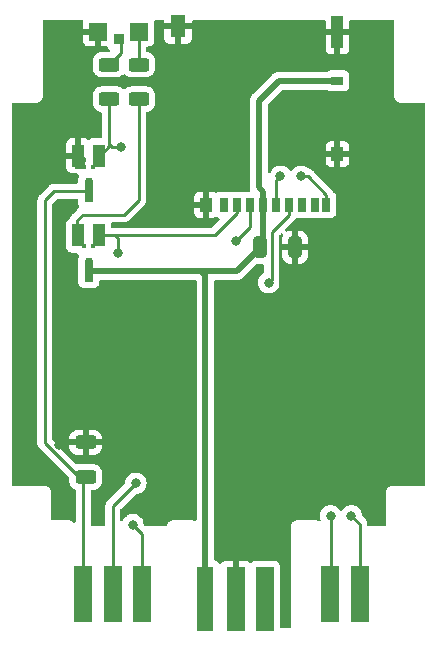
<source format=gtl>
%TF.GenerationSoftware,KiCad,Pcbnew,(6.0.1)*%
%TF.CreationDate,2022-02-03T01:47:34-08:00*%
%TF.ProjectId,sd2ps2,73643270-7332-42e6-9b69-6361645f7063,rev?*%
%TF.SameCoordinates,Original*%
%TF.FileFunction,Copper,L1,Top*%
%TF.FilePolarity,Positive*%
%FSLAX46Y46*%
G04 Gerber Fmt 4.6, Leading zero omitted, Abs format (unit mm)*
G04 Created by KiCad (PCBNEW (6.0.1)) date 2022-02-03 01:47:34*
%MOMM*%
%LPD*%
G01*
G04 APERTURE LIST*
G04 Aperture macros list*
%AMRoundRect*
0 Rectangle with rounded corners*
0 $1 Rounding radius*
0 $2 $3 $4 $5 $6 $7 $8 $9 X,Y pos of 4 corners*
0 Add a 4 corners polygon primitive as box body*
4,1,4,$2,$3,$4,$5,$6,$7,$8,$9,$2,$3,0*
0 Add four circle primitives for the rounded corners*
1,1,$1+$1,$2,$3*
1,1,$1+$1,$4,$5*
1,1,$1+$1,$6,$7*
1,1,$1+$1,$8,$9*
0 Add four rect primitives between the rounded corners*
20,1,$1+$1,$2,$3,$4,$5,0*
20,1,$1+$1,$4,$5,$6,$7,0*
20,1,$1+$1,$6,$7,$8,$9,0*
20,1,$1+$1,$8,$9,$2,$3,0*%
G04 Aperture macros list end*
%TA.AperFunction,SMDPad,CuDef*%
%ADD10RoundRect,0.250000X-0.325000X-0.650000X0.325000X-0.650000X0.325000X0.650000X-0.325000X0.650000X0*%
%TD*%
%TA.AperFunction,SMDPad,CuDef*%
%ADD11R,1.500000X4.700000*%
%TD*%
%TA.AperFunction,SMDPad,CuDef*%
%ADD12R,1.500000X5.500000*%
%TD*%
%TA.AperFunction,SMDPad,CuDef*%
%ADD13R,1.400000X5.500000*%
%TD*%
%TA.AperFunction,SMDPad,CuDef*%
%ADD14R,0.700000X1.200000*%
%TD*%
%TA.AperFunction,SMDPad,CuDef*%
%ADD15R,1.000000X1.200000*%
%TD*%
%TA.AperFunction,SMDPad,CuDef*%
%ADD16R,1.000000X0.800000*%
%TD*%
%TA.AperFunction,SMDPad,CuDef*%
%ADD17R,1.000000X2.800000*%
%TD*%
%TA.AperFunction,SMDPad,CuDef*%
%ADD18R,1.300000X1.900000*%
%TD*%
%TA.AperFunction,SMDPad,CuDef*%
%ADD19R,0.900000X0.900000*%
%TD*%
%TA.AperFunction,SMDPad,CuDef*%
%ADD20R,1.500000X1.500000*%
%TD*%
%TA.AperFunction,SMDPad,CuDef*%
%ADD21RoundRect,0.250000X0.625000X-0.312500X0.625000X0.312500X-0.625000X0.312500X-0.625000X-0.312500X0*%
%TD*%
%TA.AperFunction,SMDPad,CuDef*%
%ADD22R,0.400000X0.450000*%
%TD*%
%TA.AperFunction,SMDPad,CuDef*%
%ADD23R,1.000000X1.900000*%
%TD*%
%TA.AperFunction,SMDPad,CuDef*%
%ADD24R,0.500000X0.450000*%
%TD*%
%TA.AperFunction,SMDPad,CuDef*%
%ADD25R,0.800000X1.900000*%
%TD*%
%TA.AperFunction,ViaPad*%
%ADD26C,0.800000*%
%TD*%
%TA.AperFunction,Conductor*%
%ADD27C,0.500000*%
%TD*%
%TA.AperFunction,Conductor*%
%ADD28C,0.250000*%
%TD*%
G04 APERTURE END LIST*
D10*
%TO.P,C1,1*%
%TO.N,+3V3*%
X187025000Y-95750000D03*
%TO.P,C1,2*%
%TO.N,GND*%
X189975000Y-95750000D03*
%TD*%
D11*
%TO.P,J1,1*%
%TO.N,/DO*%
X195450000Y-125150000D03*
%TO.P,J1,2*%
%TO.N,/DI*%
X192950000Y-125150000D03*
D12*
%TO.P,J1,3*%
%TO.N,N/C*%
X187450000Y-125550000D03*
%TO.P,J1,4*%
%TO.N,GND*%
X184950000Y-125550000D03*
D13*
%TO.P,J1,5*%
%TO.N,+3V3*%
X182400000Y-125550000D03*
D11*
%TO.P,J1,6*%
%TO.N,/CS*%
X177050000Y-125150000D03*
%TO.P,J1,7*%
%TO.N,/CLK*%
X174550000Y-125150000D03*
%TO.P,J1,8*%
%TO.N,/ACK*%
X172050000Y-125150000D03*
%TD*%
D14*
%TO.P,J2,1*%
%TO.N,N/C*%
X183975000Y-92162000D03*
%TO.P,J2,2*%
%TO.N,/CS*%
X185075000Y-92162000D03*
%TO.P,J2,3*%
%TO.N,/DI*%
X186175000Y-92162000D03*
%TO.P,J2,4*%
%TO.N,+3V3*%
X187275000Y-92162000D03*
%TO.P,J2,5*%
%TO.N,/CLK*%
X188375000Y-92162000D03*
%TO.P,J2,6*%
%TO.N,/DO*%
X189475000Y-92162000D03*
%TO.P,J2,7*%
%TO.N,N/C*%
X190575000Y-92162000D03*
%TO.P,J2,8*%
X191675000Y-92162000D03*
D15*
%TO.P,J2,MP1*%
%TO.N,GND*%
X182425000Y-92162000D03*
D14*
%TO.P,J2,MP2*%
%TO.N,/CD*%
X192625000Y-92162000D03*
D15*
%TO.P,J2,MP3*%
%TO.N,GND*%
X193575000Y-87862000D03*
D16*
%TO.P,J2,MP4*%
%TO.N,+3V3*%
X193575000Y-81663000D03*
D17*
%TO.P,J2,MP5*%
%TO.N,GND*%
X193575000Y-77513000D03*
D18*
%TO.P,J2,MP6*%
X180075000Y-77062000D03*
%TD*%
D19*
%TO.P,LED1,A1*%
%TO.N,Net-(LED1-PadA1)*%
X175050000Y-78150000D03*
D20*
%TO.P,LED1,A2*%
%TO.N,Net-(LED1-PadA2)*%
X176800000Y-77500000D03*
%TO.P,LED1,C1*%
%TO.N,GND*%
X173300000Y-77500000D03*
%TD*%
D21*
%TO.P,R1,1*%
%TO.N,/ACK*%
X172250000Y-115212500D03*
%TO.P,R1,2*%
%TO.N,GND*%
X172250000Y-112287500D03*
%TD*%
%TO.P,R2,1*%
%TO.N,/CD*%
X174250000Y-83212500D03*
%TO.P,R2,2*%
%TO.N,Net-(LED1-PadA1)*%
X174250000Y-80287500D03*
%TD*%
%TO.P,R3,1*%
%TO.N,Net-(Q2-Pad2)*%
X176750000Y-83212500D03*
%TO.P,R3,2*%
%TO.N,Net-(LED1-PadA2)*%
X176750000Y-80287500D03*
%TD*%
D22*
%TO.P,Q1,1*%
%TO.N,/CD*%
X172900000Y-88925000D03*
D23*
X173400000Y-88000000D03*
%TO.P,Q1,2*%
%TO.N,GND*%
X171600000Y-88000000D03*
D22*
X172100000Y-88925000D03*
D24*
%TO.P,Q1,3*%
%TO.N,/ACK*%
X172500000Y-90075000D03*
D25*
X172500000Y-91000000D03*
%TD*%
D22*
%TO.P,Q2,1*%
%TO.N,/CS*%
X172900000Y-95675000D03*
D23*
X173400000Y-94750000D03*
%TO.P,Q2,2*%
%TO.N,Net-(Q2-Pad2)*%
X171600000Y-94750000D03*
D22*
X172100000Y-95675000D03*
D25*
%TO.P,Q2,3*%
%TO.N,+3V3*%
X172500000Y-97750000D03*
D24*
X172500000Y-96825000D03*
%TD*%
D26*
%TO.N,GND*%
X178000000Y-105000000D03*
X200000000Y-97500000D03*
X200000000Y-107500000D03*
X170000000Y-115000000D03*
X200000000Y-110000000D03*
X167500000Y-95000000D03*
X170000000Y-112500000D03*
X174000000Y-105000000D03*
X170000000Y-110000000D03*
X200000000Y-100000000D03*
X197500000Y-80000000D03*
X200000000Y-112500000D03*
X167500000Y-100000000D03*
X200000000Y-87500000D03*
X174000000Y-110000000D03*
X167500000Y-97500000D03*
X170000000Y-77500000D03*
X178000000Y-110000000D03*
X167500000Y-110000000D03*
X197500000Y-77500000D03*
X200000000Y-90000000D03*
X167500000Y-102500000D03*
X197500000Y-82500000D03*
X189500000Y-110000000D03*
X180500000Y-105000000D03*
X167500000Y-112500000D03*
X180500000Y-110000000D03*
X170000000Y-82500000D03*
X170000000Y-80000000D03*
X200000000Y-92500000D03*
X170000000Y-105000000D03*
X167500000Y-90000000D03*
X200000000Y-102500000D03*
X197500000Y-85000000D03*
X180500000Y-107500000D03*
X189500000Y-105000000D03*
X174000000Y-107500000D03*
X167500000Y-107500000D03*
X186500000Y-107500000D03*
X170000000Y-107500000D03*
X167500000Y-105000000D03*
X167500000Y-87500000D03*
X200000000Y-85000000D03*
X184000000Y-107500000D03*
X167500000Y-115000000D03*
X200000000Y-95000000D03*
X167500000Y-85000000D03*
X178000000Y-107500000D03*
X167500000Y-92500000D03*
X184000000Y-105000000D03*
X200000000Y-105000000D03*
X184000000Y-110000000D03*
%TO.N,/CLK*%
X188750000Y-89750000D03*
X176500000Y-115750000D03*
%TO.N,/CS*%
X175000000Y-96250000D03*
X176250000Y-119250000D03*
%TO.N,/DI*%
X185000000Y-95250008D03*
X193000000Y-118500000D03*
%TO.N,/DO*%
X187750016Y-98750000D03*
X194750000Y-118500000D03*
%TO.N,/CD*%
X175250000Y-87250000D03*
X190500000Y-89749996D03*
%TD*%
D27*
%TO.N,+3V3*%
X186899999Y-90686999D02*
X187275000Y-91062000D01*
X182400000Y-125550000D02*
X182400000Y-98150000D01*
X182000000Y-97750000D02*
X185050000Y-97750000D01*
X187275000Y-91062000D02*
X187275000Y-92162000D01*
X187275000Y-95525000D02*
X187250000Y-95550000D01*
X188587000Y-81663000D02*
X186899999Y-83350001D01*
X193575000Y-81663000D02*
X188587000Y-81663000D01*
X182400000Y-98150000D02*
X182000000Y-97750000D01*
X186899999Y-83350001D02*
X186899999Y-90686999D01*
X185050000Y-97750000D02*
X187250000Y-95550000D01*
X187275000Y-92162000D02*
X187275000Y-95525000D01*
X172500000Y-97750000D02*
X182000000Y-97750000D01*
D28*
%TO.N,/ACK*%
X172050000Y-125150000D02*
X172050000Y-117950000D01*
X168800000Y-112324614D02*
X168800000Y-91800000D01*
X172050000Y-117950000D02*
X172050000Y-115412500D01*
X168800000Y-91800000D02*
X169600000Y-91000000D01*
X171687886Y-115212500D02*
X168800000Y-112324614D01*
X172250000Y-115212500D02*
X171687886Y-115212500D01*
X172050000Y-115412500D02*
X172250000Y-115212500D01*
X169600000Y-91000000D02*
X172500000Y-91000000D01*
%TO.N,/CLK*%
X188375000Y-90125000D02*
X188750000Y-89750000D01*
X176500000Y-115750000D02*
X174550000Y-117700000D01*
X174550000Y-117700000D02*
X174550000Y-125150000D01*
X188375000Y-92162000D02*
X188375000Y-90125000D01*
%TO.N,/CS*%
X177050000Y-120050000D02*
X176250000Y-119250000D01*
X174750000Y-94750000D02*
X183176998Y-94750000D01*
X173450000Y-94750000D02*
X174750000Y-94750000D01*
X185075000Y-92851998D02*
X185075000Y-92162000D01*
X177050000Y-125150000D02*
X177050000Y-120050000D01*
X175000000Y-95000000D02*
X174750000Y-94750000D01*
X175000000Y-96250000D02*
X175000000Y-95000000D01*
X183176998Y-94750000D02*
X185075000Y-92851998D01*
%TO.N,/DI*%
X193000000Y-125100000D02*
X192950000Y-125150000D01*
X186175000Y-92162000D02*
X186175000Y-94075008D01*
X193000000Y-118500000D02*
X193000000Y-125100000D01*
X186175000Y-94075008D02*
X185000000Y-95250008D01*
%TO.N,/DO*%
X195450000Y-119200000D02*
X195450000Y-125150000D01*
X194750000Y-118500000D02*
X195450000Y-119200000D01*
X189475000Y-93012000D02*
X188000006Y-94486994D01*
X188000006Y-98500010D02*
X187750016Y-98750000D01*
X189475000Y-92162000D02*
X189475000Y-93012000D01*
X188000006Y-94486994D02*
X188000006Y-98500010D01*
%TO.N,Net-(LED1-PadA2)*%
X176750000Y-80287500D02*
X176750000Y-77750000D01*
X176750000Y-77750000D02*
X177000000Y-77500000D01*
%TO.N,Net-(LED1-PadA1)*%
X174250000Y-80287500D02*
X175250000Y-79287500D01*
X175250000Y-79287500D02*
X175250000Y-78150000D01*
%TO.N,/CD*%
X174250000Y-87000000D02*
X174250000Y-87200000D01*
X192625000Y-91312000D02*
X191062996Y-89749996D01*
X174250000Y-87200000D02*
X173450000Y-88000000D01*
X174500000Y-87250000D02*
X174250000Y-87000000D01*
X174250000Y-83212500D02*
X174250000Y-87000000D01*
X192625000Y-92162000D02*
X192625000Y-91312000D01*
X191062996Y-89749996D02*
X190500000Y-89749996D01*
X175250000Y-87250000D02*
X174500000Y-87250000D01*
%TO.N,Net-(Q2-Pad2)*%
X172000000Y-93000000D02*
X171550000Y-93450000D01*
X171550000Y-93450000D02*
X171550000Y-94750000D01*
X176750000Y-91750000D02*
X175500000Y-93000000D01*
X176750000Y-83212500D02*
X176750000Y-91750000D01*
X175500000Y-93000000D02*
X172000000Y-93000000D01*
%TD*%
%TA.AperFunction,Conductor*%
%TO.N,GND*%
G36*
X171990757Y-76528002D02*
G01*
X172037250Y-76581658D01*
X172047899Y-76647607D01*
X172042369Y-76698512D01*
X172042000Y-76705328D01*
X172042000Y-77227885D01*
X172046475Y-77243124D01*
X172047865Y-77244329D01*
X172055548Y-77246000D01*
X173428000Y-77246000D01*
X173496121Y-77266002D01*
X173542614Y-77319658D01*
X173554000Y-77372000D01*
X173554000Y-78739884D01*
X173558475Y-78755123D01*
X173559865Y-78756328D01*
X173567548Y-78757999D01*
X174028803Y-78757999D01*
X174096924Y-78778001D01*
X174143417Y-78831657D01*
X174145990Y-78837854D01*
X174146234Y-78838300D01*
X174149385Y-78846705D01*
X174154765Y-78853884D01*
X174154767Y-78853887D01*
X174216500Y-78936256D01*
X174236739Y-78963261D01*
X174243919Y-78968642D01*
X174271982Y-78989674D01*
X174314497Y-79046533D01*
X174319523Y-79117351D01*
X174285463Y-79179645D01*
X174223132Y-79213635D01*
X174196417Y-79216500D01*
X173574600Y-79216500D01*
X173571354Y-79216837D01*
X173571350Y-79216837D01*
X173475692Y-79226762D01*
X173475688Y-79226763D01*
X173468834Y-79227474D01*
X173462298Y-79229655D01*
X173462296Y-79229655D01*
X173383499Y-79255944D01*
X173301054Y-79283450D01*
X173150652Y-79376522D01*
X173025695Y-79501697D01*
X172932885Y-79652262D01*
X172877203Y-79820139D01*
X172866500Y-79924600D01*
X172866500Y-80650400D01*
X172877474Y-80756166D01*
X172879655Y-80762702D01*
X172879655Y-80762704D01*
X172896230Y-80812385D01*
X172933450Y-80923946D01*
X173026522Y-81074348D01*
X173151697Y-81199305D01*
X173157927Y-81203145D01*
X173157928Y-81203146D01*
X173295090Y-81287694D01*
X173302262Y-81292115D01*
X173382005Y-81318564D01*
X173463611Y-81345632D01*
X173463613Y-81345632D01*
X173470139Y-81347797D01*
X173476975Y-81348497D01*
X173476978Y-81348498D01*
X173520031Y-81352909D01*
X173574600Y-81358500D01*
X174925400Y-81358500D01*
X174928646Y-81358163D01*
X174928650Y-81358163D01*
X175024308Y-81348238D01*
X175024312Y-81348237D01*
X175031166Y-81347526D01*
X175037702Y-81345345D01*
X175037704Y-81345345D01*
X175169806Y-81301272D01*
X175198946Y-81291550D01*
X175349348Y-81198478D01*
X175395062Y-81152684D01*
X175410828Y-81136891D01*
X175473111Y-81102812D01*
X175543931Y-81107815D01*
X175589019Y-81136736D01*
X175651697Y-81199305D01*
X175657927Y-81203145D01*
X175657928Y-81203146D01*
X175795090Y-81287694D01*
X175802262Y-81292115D01*
X175882005Y-81318564D01*
X175963611Y-81345632D01*
X175963613Y-81345632D01*
X175970139Y-81347797D01*
X175976975Y-81348497D01*
X175976978Y-81348498D01*
X176020031Y-81352909D01*
X176074600Y-81358500D01*
X177425400Y-81358500D01*
X177428646Y-81358163D01*
X177428650Y-81358163D01*
X177524308Y-81348238D01*
X177524312Y-81348237D01*
X177531166Y-81347526D01*
X177537702Y-81345345D01*
X177537704Y-81345345D01*
X177669806Y-81301272D01*
X177698946Y-81291550D01*
X177849348Y-81198478D01*
X177974305Y-81073303D01*
X177979964Y-81064122D01*
X178063275Y-80928968D01*
X178063276Y-80928966D01*
X178067115Y-80922738D01*
X178122797Y-80754861D01*
X178133500Y-80650400D01*
X178133500Y-79924600D01*
X178122526Y-79818834D01*
X178066550Y-79651054D01*
X177973478Y-79500652D01*
X177848303Y-79375695D01*
X177842072Y-79371854D01*
X177703968Y-79286725D01*
X177703966Y-79286724D01*
X177697738Y-79282885D01*
X177537254Y-79229655D01*
X177536389Y-79229368D01*
X177536387Y-79229368D01*
X177529861Y-79227203D01*
X177523023Y-79226502D01*
X177523021Y-79226502D01*
X177496658Y-79223801D01*
X177430930Y-79196960D01*
X177390148Y-79138845D01*
X177383500Y-79098457D01*
X177383500Y-78957669D01*
X192567001Y-78957669D01*
X192567371Y-78964490D01*
X192572895Y-79015352D01*
X192576521Y-79030604D01*
X192621676Y-79151054D01*
X192630214Y-79166649D01*
X192706715Y-79268724D01*
X192719276Y-79281285D01*
X192821351Y-79357786D01*
X192836946Y-79366324D01*
X192957394Y-79411478D01*
X192972649Y-79415105D01*
X193023514Y-79420631D01*
X193030328Y-79421000D01*
X193302885Y-79421000D01*
X193318124Y-79416525D01*
X193319329Y-79415135D01*
X193321000Y-79407452D01*
X193321000Y-79402884D01*
X193829000Y-79402884D01*
X193833475Y-79418123D01*
X193834865Y-79419328D01*
X193842548Y-79420999D01*
X194119669Y-79420999D01*
X194126490Y-79420629D01*
X194177352Y-79415105D01*
X194192604Y-79411479D01*
X194313054Y-79366324D01*
X194328649Y-79357786D01*
X194430724Y-79281285D01*
X194443285Y-79268724D01*
X194519786Y-79166649D01*
X194528324Y-79151054D01*
X194573478Y-79030606D01*
X194577105Y-79015351D01*
X194582631Y-78964486D01*
X194583000Y-78957672D01*
X194583000Y-77785115D01*
X194578525Y-77769876D01*
X194577135Y-77768671D01*
X194569452Y-77767000D01*
X193847115Y-77767000D01*
X193831876Y-77771475D01*
X193830671Y-77772865D01*
X193829000Y-77780548D01*
X193829000Y-79402884D01*
X193321000Y-79402884D01*
X193321000Y-77785115D01*
X193316525Y-77769876D01*
X193315135Y-77768671D01*
X193307452Y-77767000D01*
X192585116Y-77767000D01*
X192569877Y-77771475D01*
X192568672Y-77772865D01*
X192567001Y-77780548D01*
X192567001Y-78957669D01*
X177383500Y-78957669D01*
X177383500Y-78884500D01*
X177403502Y-78816379D01*
X177457158Y-78769886D01*
X177509500Y-78758500D01*
X177598134Y-78758500D01*
X177660316Y-78751745D01*
X177796705Y-78700615D01*
X177913261Y-78613261D01*
X178000615Y-78496705D01*
X178051745Y-78360316D01*
X178058500Y-78298134D01*
X178058500Y-78056669D01*
X178917001Y-78056669D01*
X178917371Y-78063490D01*
X178922895Y-78114352D01*
X178926521Y-78129604D01*
X178971676Y-78250054D01*
X178980214Y-78265649D01*
X179056715Y-78367724D01*
X179069276Y-78380285D01*
X179171351Y-78456786D01*
X179186946Y-78465324D01*
X179307394Y-78510478D01*
X179322649Y-78514105D01*
X179373514Y-78519631D01*
X179380328Y-78520000D01*
X179802885Y-78520000D01*
X179818124Y-78515525D01*
X179819329Y-78514135D01*
X179821000Y-78506452D01*
X179821000Y-78501884D01*
X180329000Y-78501884D01*
X180333475Y-78517123D01*
X180334865Y-78518328D01*
X180342548Y-78519999D01*
X180769669Y-78519999D01*
X180776490Y-78519629D01*
X180827352Y-78514105D01*
X180842604Y-78510479D01*
X180963054Y-78465324D01*
X180978649Y-78456786D01*
X181080724Y-78380285D01*
X181093285Y-78367724D01*
X181169786Y-78265649D01*
X181178324Y-78250054D01*
X181223478Y-78129606D01*
X181227105Y-78114351D01*
X181232631Y-78063486D01*
X181233000Y-78056672D01*
X181233000Y-77334115D01*
X181228525Y-77318876D01*
X181227135Y-77317671D01*
X181219452Y-77316000D01*
X180347115Y-77316000D01*
X180331876Y-77320475D01*
X180330671Y-77321865D01*
X180329000Y-77329548D01*
X180329000Y-78501884D01*
X179821000Y-78501884D01*
X179821000Y-77334115D01*
X179816525Y-77318876D01*
X179815135Y-77317671D01*
X179807452Y-77316000D01*
X178935116Y-77316000D01*
X178919877Y-77320475D01*
X178918672Y-77321865D01*
X178917001Y-77329548D01*
X178917001Y-78056669D01*
X178058500Y-78056669D01*
X178058500Y-76701866D01*
X178052606Y-76647606D01*
X178065134Y-76577725D01*
X178113455Y-76525709D01*
X178177869Y-76508000D01*
X178791000Y-76508000D01*
X178859121Y-76528002D01*
X178905614Y-76581658D01*
X178917000Y-76634000D01*
X178917000Y-76789885D01*
X178921475Y-76805124D01*
X178922865Y-76806329D01*
X178930548Y-76808000D01*
X181214884Y-76808000D01*
X181230123Y-76803525D01*
X181231328Y-76802135D01*
X181232999Y-76794452D01*
X181232999Y-76634000D01*
X181253001Y-76565879D01*
X181306657Y-76519386D01*
X181358999Y-76508000D01*
X192441000Y-76508000D01*
X192509121Y-76528002D01*
X192555614Y-76581658D01*
X192567000Y-76634000D01*
X192567000Y-77240885D01*
X192571475Y-77256124D01*
X192572865Y-77257329D01*
X192580548Y-77259000D01*
X194564884Y-77259000D01*
X194580123Y-77254525D01*
X194581328Y-77253135D01*
X194582999Y-77245452D01*
X194582999Y-76634000D01*
X194603001Y-76565879D01*
X194656657Y-76519386D01*
X194708999Y-76508000D01*
X198266000Y-76508000D01*
X198334121Y-76528002D01*
X198380614Y-76581658D01*
X198392000Y-76634000D01*
X198392000Y-82991298D01*
X198391998Y-82992068D01*
X198391524Y-83069652D01*
X198393990Y-83078281D01*
X198393991Y-83078286D01*
X198399639Y-83098048D01*
X198403217Y-83114809D01*
X198406130Y-83135152D01*
X198406133Y-83135162D01*
X198407405Y-83144045D01*
X198418021Y-83167395D01*
X198424464Y-83184907D01*
X198431512Y-83209565D01*
X198447274Y-83234548D01*
X198455404Y-83249614D01*
X198467633Y-83276510D01*
X198484374Y-83295939D01*
X198495479Y-83310947D01*
X198509160Y-83332631D01*
X198515888Y-83338573D01*
X198531296Y-83352181D01*
X198543340Y-83364373D01*
X198562619Y-83386747D01*
X198570147Y-83391626D01*
X198570150Y-83391629D01*
X198584139Y-83400696D01*
X198599013Y-83411986D01*
X198618228Y-83428956D01*
X198626354Y-83432771D01*
X198626355Y-83432772D01*
X198632021Y-83435432D01*
X198644966Y-83441510D01*
X198659935Y-83449824D01*
X198684727Y-83465893D01*
X198701650Y-83470954D01*
X198709290Y-83473239D01*
X198726736Y-83479901D01*
X198749948Y-83490799D01*
X198779130Y-83495343D01*
X198795849Y-83499126D01*
X198815536Y-83505014D01*
X198815539Y-83505015D01*
X198824141Y-83507587D01*
X198833116Y-83507642D01*
X198833117Y-83507642D01*
X198839810Y-83507683D01*
X198858556Y-83507797D01*
X198859328Y-83507830D01*
X198860423Y-83508000D01*
X198891298Y-83508000D01*
X198892068Y-83508002D01*
X198965716Y-83508452D01*
X198965717Y-83508452D01*
X198969652Y-83508476D01*
X198970996Y-83508092D01*
X198972341Y-83508000D01*
X200866000Y-83508000D01*
X200934121Y-83528002D01*
X200980614Y-83581658D01*
X200992000Y-83634000D01*
X200992000Y-115866000D01*
X200971998Y-115934121D01*
X200918342Y-115980614D01*
X200866000Y-115992000D01*
X198208702Y-115992000D01*
X198207932Y-115991998D01*
X198207078Y-115991993D01*
X198130348Y-115991524D01*
X198121719Y-115993990D01*
X198121714Y-115993991D01*
X198101952Y-115999639D01*
X198085191Y-116003217D01*
X198064848Y-116006130D01*
X198064838Y-116006133D01*
X198055955Y-116007405D01*
X198032605Y-116018021D01*
X198015093Y-116024464D01*
X198007057Y-116026761D01*
X197990435Y-116031512D01*
X197965452Y-116047274D01*
X197950386Y-116055404D01*
X197923490Y-116067633D01*
X197904061Y-116084374D01*
X197889053Y-116095479D01*
X197867369Y-116109160D01*
X197861427Y-116115888D01*
X197847819Y-116131296D01*
X197835627Y-116143340D01*
X197813253Y-116162619D01*
X197808374Y-116170147D01*
X197808371Y-116170150D01*
X197799304Y-116184139D01*
X197788014Y-116199013D01*
X197771044Y-116218228D01*
X197767229Y-116226354D01*
X197767228Y-116226355D01*
X197764737Y-116231661D01*
X197758490Y-116244966D01*
X197750176Y-116259935D01*
X197734107Y-116284727D01*
X197731535Y-116293327D01*
X197726761Y-116309290D01*
X197720099Y-116326736D01*
X197709201Y-116349948D01*
X197704658Y-116379128D01*
X197700874Y-116395849D01*
X197694986Y-116415536D01*
X197694985Y-116415539D01*
X197692413Y-116424141D01*
X197692358Y-116433116D01*
X197692358Y-116433117D01*
X197692203Y-116458546D01*
X197692170Y-116459328D01*
X197692000Y-116460423D01*
X197692000Y-116491298D01*
X197691998Y-116492068D01*
X197691524Y-116569652D01*
X197691908Y-116570996D01*
X197692000Y-116572341D01*
X197692000Y-119274000D01*
X197671998Y-119342121D01*
X197618342Y-119388614D01*
X197566000Y-119400000D01*
X196209950Y-119400000D01*
X196141829Y-119379998D01*
X196095336Y-119326342D01*
X196084824Y-119264013D01*
X196085701Y-119260091D01*
X196084570Y-119224089D01*
X196083562Y-119192033D01*
X196083500Y-119188075D01*
X196083500Y-119160144D01*
X196082994Y-119156138D01*
X196082061Y-119144292D01*
X196081498Y-119126355D01*
X196080673Y-119100110D01*
X196075022Y-119080658D01*
X196071014Y-119061306D01*
X196069468Y-119049068D01*
X196069467Y-119049066D01*
X196068474Y-119041203D01*
X196052194Y-119000086D01*
X196048359Y-118988885D01*
X196036018Y-118946406D01*
X196031985Y-118939587D01*
X196031983Y-118939582D01*
X196025707Y-118928971D01*
X196017010Y-118911221D01*
X196009552Y-118892383D01*
X195983571Y-118856623D01*
X195977053Y-118846701D01*
X195958578Y-118815460D01*
X195958574Y-118815455D01*
X195954542Y-118808637D01*
X195940218Y-118794313D01*
X195927376Y-118779278D01*
X195915472Y-118762893D01*
X195881406Y-118734711D01*
X195872627Y-118726722D01*
X195697122Y-118551217D01*
X195663096Y-118488905D01*
X195660907Y-118475292D01*
X195644232Y-118316635D01*
X195644232Y-118316633D01*
X195643542Y-118310072D01*
X195584527Y-118128444D01*
X195489040Y-117963056D01*
X195361253Y-117821134D01*
X195262157Y-117749136D01*
X195212094Y-117712763D01*
X195212093Y-117712762D01*
X195206752Y-117708882D01*
X195200724Y-117706198D01*
X195200722Y-117706197D01*
X195038319Y-117633891D01*
X195038318Y-117633891D01*
X195032288Y-117631206D01*
X194938887Y-117611353D01*
X194851944Y-117592872D01*
X194851939Y-117592872D01*
X194845487Y-117591500D01*
X194654513Y-117591500D01*
X194648061Y-117592872D01*
X194648056Y-117592872D01*
X194561113Y-117611353D01*
X194467712Y-117631206D01*
X194461682Y-117633891D01*
X194461681Y-117633891D01*
X194299278Y-117706197D01*
X194299276Y-117706198D01*
X194293248Y-117708882D01*
X194287907Y-117712762D01*
X194287906Y-117712763D01*
X194237843Y-117749136D01*
X194138747Y-117821134D01*
X194010960Y-117963056D01*
X194007659Y-117968774D01*
X193984119Y-118009546D01*
X193932737Y-118058539D01*
X193863023Y-118071975D01*
X193797112Y-118045589D01*
X193765881Y-118009546D01*
X193742341Y-117968774D01*
X193739040Y-117963056D01*
X193611253Y-117821134D01*
X193512157Y-117749136D01*
X193462094Y-117712763D01*
X193462093Y-117712762D01*
X193456752Y-117708882D01*
X193450724Y-117706198D01*
X193450722Y-117706197D01*
X193288319Y-117633891D01*
X193288318Y-117633891D01*
X193282288Y-117631206D01*
X193188887Y-117611353D01*
X193101944Y-117592872D01*
X193101939Y-117592872D01*
X193095487Y-117591500D01*
X192904513Y-117591500D01*
X192898061Y-117592872D01*
X192898056Y-117592872D01*
X192811113Y-117611353D01*
X192717712Y-117631206D01*
X192711682Y-117633891D01*
X192711681Y-117633891D01*
X192549278Y-117706197D01*
X192549276Y-117706198D01*
X192543248Y-117708882D01*
X192537907Y-117712762D01*
X192537906Y-117712763D01*
X192487843Y-117749136D01*
X192388747Y-117821134D01*
X192260960Y-117963056D01*
X192165473Y-118128444D01*
X192106458Y-118310072D01*
X192105768Y-118316633D01*
X192105768Y-118316635D01*
X192098699Y-118383891D01*
X192086496Y-118500000D01*
X192087186Y-118506565D01*
X192094489Y-118576045D01*
X192106458Y-118689928D01*
X192108498Y-118696206D01*
X192136168Y-118781366D01*
X192138196Y-118852334D01*
X192101533Y-118913131D01*
X192037821Y-118944457D01*
X191966841Y-118935123D01*
X191965273Y-118934107D01*
X191956676Y-118931536D01*
X191956674Y-118931535D01*
X191940710Y-118926761D01*
X191923264Y-118920099D01*
X191918827Y-118918016D01*
X191900052Y-118909201D01*
X191870870Y-118904657D01*
X191854151Y-118900874D01*
X191834464Y-118894986D01*
X191834461Y-118894985D01*
X191825859Y-118892413D01*
X191816884Y-118892358D01*
X191816883Y-118892358D01*
X191810190Y-118892317D01*
X191791444Y-118892203D01*
X191790672Y-118892170D01*
X191789577Y-118892000D01*
X191758702Y-118892000D01*
X191757932Y-118891998D01*
X191684284Y-118891548D01*
X191684283Y-118891548D01*
X191680348Y-118891524D01*
X191679004Y-118891908D01*
X191677659Y-118892000D01*
X190158702Y-118892000D01*
X190157932Y-118891998D01*
X190157078Y-118891993D01*
X190080348Y-118891524D01*
X190071719Y-118893990D01*
X190071714Y-118893991D01*
X190051952Y-118899639D01*
X190035191Y-118903217D01*
X190014848Y-118906130D01*
X190014838Y-118906133D01*
X190005955Y-118907405D01*
X189982605Y-118918021D01*
X189965093Y-118924464D01*
X189957057Y-118926761D01*
X189940435Y-118931512D01*
X189915452Y-118947274D01*
X189900386Y-118955404D01*
X189873490Y-118967633D01*
X189854061Y-118984374D01*
X189839053Y-118995479D01*
X189817369Y-119009160D01*
X189811427Y-119015888D01*
X189797819Y-119031296D01*
X189785626Y-119043341D01*
X189773495Y-119053794D01*
X189763253Y-119062619D01*
X189758374Y-119070147D01*
X189758371Y-119070150D01*
X189749304Y-119084139D01*
X189738014Y-119099013D01*
X189721044Y-119118228D01*
X189708490Y-119144966D01*
X189700176Y-119159935D01*
X189684107Y-119184727D01*
X189681535Y-119193327D01*
X189676761Y-119209290D01*
X189670099Y-119226736D01*
X189659201Y-119249948D01*
X189656089Y-119269938D01*
X189654658Y-119279128D01*
X189650874Y-119295849D01*
X189644986Y-119315536D01*
X189644985Y-119315539D01*
X189642413Y-119324141D01*
X189642358Y-119333116D01*
X189642358Y-119333117D01*
X189642203Y-119358546D01*
X189642170Y-119359328D01*
X189642000Y-119360423D01*
X189642000Y-119391298D01*
X189641998Y-119392068D01*
X189641524Y-119469652D01*
X189641908Y-119470996D01*
X189642000Y-119472341D01*
X189642000Y-127866000D01*
X189621998Y-127934121D01*
X189568342Y-127980614D01*
X189516000Y-127992000D01*
X188834500Y-127992000D01*
X188766379Y-127971998D01*
X188719886Y-127918342D01*
X188708500Y-127866000D01*
X188708500Y-122751866D01*
X188701745Y-122689684D01*
X188650615Y-122553295D01*
X188563261Y-122436739D01*
X188446705Y-122349385D01*
X188310316Y-122298255D01*
X188248134Y-122291500D01*
X186651866Y-122291500D01*
X186589684Y-122298255D01*
X186453295Y-122349385D01*
X186336739Y-122436739D01*
X186331358Y-122443919D01*
X186300514Y-122485074D01*
X186243655Y-122527589D01*
X186172836Y-122532615D01*
X186110543Y-122498555D01*
X186098862Y-122485075D01*
X186068283Y-122444274D01*
X186055724Y-122431715D01*
X185953649Y-122355214D01*
X185938054Y-122346676D01*
X185817606Y-122301522D01*
X185802351Y-122297895D01*
X185751486Y-122292369D01*
X185744672Y-122292000D01*
X185222115Y-122292000D01*
X185206876Y-122296475D01*
X185205671Y-122297865D01*
X185204000Y-122305548D01*
X185204000Y-125678000D01*
X185183998Y-125746121D01*
X185130342Y-125792614D01*
X185078000Y-125804000D01*
X184822000Y-125804000D01*
X184753879Y-125783998D01*
X184707386Y-125730342D01*
X184696000Y-125678000D01*
X184696000Y-122310116D01*
X184691525Y-122294877D01*
X184690135Y-122293672D01*
X184682452Y-122292001D01*
X184155331Y-122292001D01*
X184148510Y-122292371D01*
X184097648Y-122297895D01*
X184082396Y-122301521D01*
X183961946Y-122346676D01*
X183946351Y-122355214D01*
X183844276Y-122431715D01*
X183831715Y-122444276D01*
X183751139Y-122551789D01*
X183694280Y-122594304D01*
X183623462Y-122599330D01*
X183561168Y-122565270D01*
X183549487Y-122551790D01*
X183531349Y-122527589D01*
X183463261Y-122436739D01*
X183346705Y-122349385D01*
X183330950Y-122343479D01*
X183240270Y-122309484D01*
X183183506Y-122266842D01*
X183158806Y-122200281D01*
X183158500Y-122191502D01*
X183158500Y-98634500D01*
X183178502Y-98566379D01*
X183232158Y-98519886D01*
X183284500Y-98508500D01*
X184982930Y-98508500D01*
X185001880Y-98509933D01*
X185016115Y-98512099D01*
X185016119Y-98512099D01*
X185023349Y-98513199D01*
X185030641Y-98512606D01*
X185030644Y-98512606D01*
X185076018Y-98508915D01*
X185086233Y-98508500D01*
X185094293Y-98508500D01*
X185107583Y-98506951D01*
X185122507Y-98505211D01*
X185126882Y-98504778D01*
X185192339Y-98499454D01*
X185192342Y-98499453D01*
X185199637Y-98498860D01*
X185206601Y-98496604D01*
X185212560Y-98495413D01*
X185218415Y-98494029D01*
X185225681Y-98493182D01*
X185294327Y-98468265D01*
X185298455Y-98466848D01*
X185360936Y-98446607D01*
X185360938Y-98446606D01*
X185367899Y-98444351D01*
X185374154Y-98440555D01*
X185379628Y-98438049D01*
X185385058Y-98435330D01*
X185391937Y-98432833D01*
X185452976Y-98392814D01*
X185456680Y-98390477D01*
X185519107Y-98352595D01*
X185527484Y-98345197D01*
X185527508Y-98345224D01*
X185530500Y-98342571D01*
X185533733Y-98339868D01*
X185539852Y-98335856D01*
X185593128Y-98279617D01*
X185595506Y-98277175D01*
X186677275Y-97195405D01*
X186739587Y-97161380D01*
X186766370Y-97158500D01*
X187240506Y-97158500D01*
X187308627Y-97178502D01*
X187355120Y-97232158D01*
X187366506Y-97284500D01*
X187366506Y-97844647D01*
X187346504Y-97912768D01*
X187303505Y-97953767D01*
X187299300Y-97956195D01*
X187293264Y-97958882D01*
X187287922Y-97962764D01*
X187287919Y-97962765D01*
X187216014Y-98015008D01*
X187138763Y-98071134D01*
X187010976Y-98213056D01*
X186915489Y-98378444D01*
X186856474Y-98560072D01*
X186836512Y-98750000D01*
X186856474Y-98939928D01*
X186915489Y-99121556D01*
X187010976Y-99286944D01*
X187138763Y-99428866D01*
X187293264Y-99541118D01*
X187299292Y-99543802D01*
X187299294Y-99543803D01*
X187461697Y-99616109D01*
X187467728Y-99618794D01*
X187561128Y-99638647D01*
X187648072Y-99657128D01*
X187648077Y-99657128D01*
X187654529Y-99658500D01*
X187845503Y-99658500D01*
X187851955Y-99657128D01*
X187851960Y-99657128D01*
X187938904Y-99638647D01*
X188032304Y-99618794D01*
X188038335Y-99616109D01*
X188200738Y-99543803D01*
X188200740Y-99543802D01*
X188206768Y-99541118D01*
X188361269Y-99428866D01*
X188489056Y-99286944D01*
X188584543Y-99121556D01*
X188643558Y-98939928D01*
X188663520Y-98750000D01*
X188643558Y-98560072D01*
X188641517Y-98553790D01*
X188640145Y-98547336D01*
X188641636Y-98547019D01*
X188638000Y-98521491D01*
X188638226Y-98520067D01*
X188637093Y-98508075D01*
X188634065Y-98476049D01*
X188633506Y-98464191D01*
X188633506Y-96447095D01*
X188892001Y-96447095D01*
X188892338Y-96453614D01*
X188902257Y-96549206D01*
X188905149Y-96562600D01*
X188956588Y-96716784D01*
X188962761Y-96729962D01*
X189048063Y-96867807D01*
X189057099Y-96879208D01*
X189171829Y-96993739D01*
X189183240Y-97002751D01*
X189321243Y-97087816D01*
X189334424Y-97093963D01*
X189488710Y-97145138D01*
X189502086Y-97148005D01*
X189596438Y-97157672D01*
X189602854Y-97158000D01*
X189702885Y-97158000D01*
X189718124Y-97153525D01*
X189719329Y-97152135D01*
X189721000Y-97144452D01*
X189721000Y-97139884D01*
X190229000Y-97139884D01*
X190233475Y-97155123D01*
X190234865Y-97156328D01*
X190242548Y-97157999D01*
X190347095Y-97157999D01*
X190353614Y-97157662D01*
X190449206Y-97147743D01*
X190462600Y-97144851D01*
X190616784Y-97093412D01*
X190629962Y-97087239D01*
X190767807Y-97001937D01*
X190779208Y-96992901D01*
X190893739Y-96878171D01*
X190902751Y-96866760D01*
X190987816Y-96728757D01*
X190993963Y-96715576D01*
X191045138Y-96561290D01*
X191048005Y-96547914D01*
X191057672Y-96453562D01*
X191058000Y-96447146D01*
X191058000Y-96022115D01*
X191053525Y-96006876D01*
X191052135Y-96005671D01*
X191044452Y-96004000D01*
X190247115Y-96004000D01*
X190231876Y-96008475D01*
X190230671Y-96009865D01*
X190229000Y-96017548D01*
X190229000Y-97139884D01*
X189721000Y-97139884D01*
X189721000Y-96022115D01*
X189716525Y-96006876D01*
X189715135Y-96005671D01*
X189707452Y-96004000D01*
X188910116Y-96004000D01*
X188894877Y-96008475D01*
X188893672Y-96009865D01*
X188892001Y-96017548D01*
X188892001Y-96447095D01*
X188633506Y-96447095D01*
X188633506Y-94801588D01*
X188653508Y-94733467D01*
X188670411Y-94712493D01*
X188764152Y-94618752D01*
X188826464Y-94584726D01*
X188897279Y-94589791D01*
X188954115Y-94632338D01*
X188978926Y-94698858D01*
X188963054Y-94763573D01*
X188965277Y-94764609D01*
X188956037Y-94784424D01*
X188904862Y-94938710D01*
X188901995Y-94952086D01*
X188892328Y-95046438D01*
X188892000Y-95052855D01*
X188892000Y-95477885D01*
X188896475Y-95493124D01*
X188897865Y-95494329D01*
X188905548Y-95496000D01*
X189702885Y-95496000D01*
X189718124Y-95491525D01*
X189719329Y-95490135D01*
X189721000Y-95482452D01*
X189721000Y-95477885D01*
X190229000Y-95477885D01*
X190233475Y-95493124D01*
X190234865Y-95494329D01*
X190242548Y-95496000D01*
X191039884Y-95496000D01*
X191055123Y-95491525D01*
X191056328Y-95490135D01*
X191057999Y-95482452D01*
X191057999Y-95052905D01*
X191057662Y-95046386D01*
X191047743Y-94950794D01*
X191044851Y-94937400D01*
X190993412Y-94783216D01*
X190987239Y-94770038D01*
X190901937Y-94632193D01*
X190892901Y-94620792D01*
X190778171Y-94506261D01*
X190766760Y-94497249D01*
X190628757Y-94412184D01*
X190615576Y-94406037D01*
X190461290Y-94354862D01*
X190447914Y-94351995D01*
X190353562Y-94342328D01*
X190347145Y-94342000D01*
X190247115Y-94342000D01*
X190231876Y-94346475D01*
X190230671Y-94347865D01*
X190229000Y-94355548D01*
X190229000Y-95477885D01*
X189721000Y-95477885D01*
X189721000Y-94360116D01*
X189716525Y-94344877D01*
X189715135Y-94343672D01*
X189707452Y-94342001D01*
X189602905Y-94342001D01*
X189596386Y-94342338D01*
X189500794Y-94352257D01*
X189487400Y-94355149D01*
X189333216Y-94406588D01*
X189313417Y-94415863D01*
X189312234Y-94413338D01*
X189256163Y-94428772D01*
X189188392Y-94407615D01*
X189142817Y-94353177D01*
X189133909Y-94282741D01*
X189169209Y-94213695D01*
X189867247Y-93515657D01*
X189875537Y-93508113D01*
X189882018Y-93504000D01*
X189928659Y-93454332D01*
X189931413Y-93451491D01*
X189951135Y-93431769D01*
X189953612Y-93428576D01*
X189961317Y-93419555D01*
X189986159Y-93393100D01*
X189991586Y-93387321D01*
X189995407Y-93380371D01*
X190001346Y-93369568D01*
X190012202Y-93353041D01*
X190018082Y-93345461D01*
X190024614Y-93337040D01*
X190027763Y-93329762D01*
X190028362Y-93328750D01*
X190080255Y-93280298D01*
X190150423Y-93267627D01*
X190176866Y-93270500D01*
X190973134Y-93270500D01*
X190977746Y-93269999D01*
X191027466Y-93264598D01*
X191027468Y-93264598D01*
X191035316Y-93263745D01*
X191042709Y-93260973D01*
X191042711Y-93260973D01*
X191080771Y-93246705D01*
X191151578Y-93241522D01*
X191169229Y-93246705D01*
X191207289Y-93260973D01*
X191207291Y-93260973D01*
X191214684Y-93263745D01*
X191222532Y-93264598D01*
X191222534Y-93264598D01*
X191272254Y-93269999D01*
X191276866Y-93270500D01*
X192073134Y-93270500D01*
X192081134Y-93269631D01*
X192135316Y-93263745D01*
X192135580Y-93266174D01*
X192164420Y-93266174D01*
X192164684Y-93263745D01*
X192218867Y-93269631D01*
X192226866Y-93270500D01*
X193023134Y-93270500D01*
X193085316Y-93263745D01*
X193221705Y-93212615D01*
X193338261Y-93125261D01*
X193425615Y-93008705D01*
X193476745Y-92872316D01*
X193483500Y-92810134D01*
X193483500Y-91513866D01*
X193476745Y-91451684D01*
X193425615Y-91315295D01*
X193338261Y-91198739D01*
X193261407Y-91141140D01*
X193218892Y-91084281D01*
X193215976Y-91075469D01*
X193213231Y-91066023D01*
X193213230Y-91066021D01*
X193211018Y-91058407D01*
X193206984Y-91051585D01*
X193206981Y-91051579D01*
X193200706Y-91040968D01*
X193192010Y-91023218D01*
X193187472Y-91011756D01*
X193187469Y-91011751D01*
X193184552Y-91004383D01*
X193158573Y-90968625D01*
X193152057Y-90958707D01*
X193137067Y-90933361D01*
X193129542Y-90920637D01*
X193115218Y-90906313D01*
X193102376Y-90891278D01*
X193090472Y-90874893D01*
X193056406Y-90846711D01*
X193047627Y-90838722D01*
X191566648Y-89357743D01*
X191559108Y-89349457D01*
X191554996Y-89342978D01*
X191505344Y-89296352D01*
X191502503Y-89293598D01*
X191482766Y-89273861D01*
X191479569Y-89271381D01*
X191470547Y-89263676D01*
X191444096Y-89238837D01*
X191438317Y-89233410D01*
X191431371Y-89229591D01*
X191431368Y-89229589D01*
X191420562Y-89223648D01*
X191404043Y-89212797D01*
X191398044Y-89208144D01*
X191388037Y-89200382D01*
X191380768Y-89197237D01*
X191380764Y-89197234D01*
X191347459Y-89182822D01*
X191336809Y-89177605D01*
X191298056Y-89156301D01*
X191278433Y-89151263D01*
X191259730Y-89144859D01*
X191248416Y-89139963D01*
X191248415Y-89139963D01*
X191241141Y-89136815D01*
X191202697Y-89130726D01*
X191138544Y-89100314D01*
X191128769Y-89090584D01*
X191115675Y-89076040D01*
X191115669Y-89076035D01*
X191111253Y-89071130D01*
X191105736Y-89067121D01*
X190962094Y-88962759D01*
X190962093Y-88962758D01*
X190956752Y-88958878D01*
X190950724Y-88956194D01*
X190950722Y-88956193D01*
X190788319Y-88883887D01*
X190788318Y-88883887D01*
X190782288Y-88881202D01*
X190688887Y-88861349D01*
X190601944Y-88842868D01*
X190601939Y-88842868D01*
X190595487Y-88841496D01*
X190404513Y-88841496D01*
X190398061Y-88842868D01*
X190398056Y-88842868D01*
X190311113Y-88861349D01*
X190217712Y-88881202D01*
X190211682Y-88883887D01*
X190211681Y-88883887D01*
X190049278Y-88956193D01*
X190049276Y-88956194D01*
X190043248Y-88958878D01*
X190037907Y-88962758D01*
X190037906Y-88962759D01*
X190028448Y-88969631D01*
X189888747Y-89071130D01*
X189884326Y-89076040D01*
X189884325Y-89076041D01*
X189769209Y-89203891D01*
X189760960Y-89213052D01*
X189746073Y-89238837D01*
X189734118Y-89259544D01*
X189682736Y-89308537D01*
X189613022Y-89321973D01*
X189547111Y-89295587D01*
X189515880Y-89259544D01*
X189495155Y-89223648D01*
X189489040Y-89213056D01*
X189433402Y-89151263D01*
X189365675Y-89076045D01*
X189365671Y-89076041D01*
X189361253Y-89071134D01*
X189218095Y-88967123D01*
X189212094Y-88962763D01*
X189212093Y-88962762D01*
X189206752Y-88958882D01*
X189200724Y-88956198D01*
X189200722Y-88956197D01*
X189038319Y-88883891D01*
X189038318Y-88883891D01*
X189032288Y-88881206D01*
X188938887Y-88861353D01*
X188851944Y-88842872D01*
X188851939Y-88842872D01*
X188845487Y-88841500D01*
X188654513Y-88841500D01*
X188648061Y-88842872D01*
X188648056Y-88842872D01*
X188561113Y-88861353D01*
X188467712Y-88881206D01*
X188461682Y-88883891D01*
X188461681Y-88883891D01*
X188299278Y-88956197D01*
X188299276Y-88956198D01*
X188293248Y-88958882D01*
X188287907Y-88962762D01*
X188287906Y-88962763D01*
X188281905Y-88967123D01*
X188138747Y-89071134D01*
X188134329Y-89076041D01*
X188134325Y-89076045D01*
X188066599Y-89151263D01*
X188010960Y-89213056D01*
X187915473Y-89378444D01*
X187913432Y-89384726D01*
X187904332Y-89412733D01*
X187864258Y-89471338D01*
X187798861Y-89498975D01*
X187728905Y-89486868D01*
X187676599Y-89438862D01*
X187658499Y-89373796D01*
X187658499Y-88506669D01*
X192567001Y-88506669D01*
X192567371Y-88513490D01*
X192572895Y-88564352D01*
X192576521Y-88579604D01*
X192621676Y-88700054D01*
X192630214Y-88715649D01*
X192706715Y-88817724D01*
X192719276Y-88830285D01*
X192821351Y-88906786D01*
X192836946Y-88915324D01*
X192957394Y-88960478D01*
X192972649Y-88964105D01*
X193023514Y-88969631D01*
X193030328Y-88970000D01*
X193302885Y-88970000D01*
X193318124Y-88965525D01*
X193319329Y-88964135D01*
X193321000Y-88956452D01*
X193321000Y-88951884D01*
X193829000Y-88951884D01*
X193833475Y-88967123D01*
X193834865Y-88968328D01*
X193842548Y-88969999D01*
X194119669Y-88969999D01*
X194126490Y-88969629D01*
X194177352Y-88964105D01*
X194192604Y-88960479D01*
X194313054Y-88915324D01*
X194328649Y-88906786D01*
X194430724Y-88830285D01*
X194443285Y-88817724D01*
X194519786Y-88715649D01*
X194528324Y-88700054D01*
X194573478Y-88579606D01*
X194577105Y-88564351D01*
X194582631Y-88513486D01*
X194583000Y-88506672D01*
X194583000Y-88134115D01*
X194578525Y-88118876D01*
X194577135Y-88117671D01*
X194569452Y-88116000D01*
X193847115Y-88116000D01*
X193831876Y-88120475D01*
X193830671Y-88121865D01*
X193829000Y-88129548D01*
X193829000Y-88951884D01*
X193321000Y-88951884D01*
X193321000Y-88134115D01*
X193316525Y-88118876D01*
X193315135Y-88117671D01*
X193307452Y-88116000D01*
X192585116Y-88116000D01*
X192569877Y-88120475D01*
X192568672Y-88121865D01*
X192567001Y-88129548D01*
X192567001Y-88506669D01*
X187658499Y-88506669D01*
X187658499Y-87589885D01*
X192567000Y-87589885D01*
X192571475Y-87605124D01*
X192572865Y-87606329D01*
X192580548Y-87608000D01*
X193302885Y-87608000D01*
X193318124Y-87603525D01*
X193319329Y-87602135D01*
X193321000Y-87594452D01*
X193321000Y-87589885D01*
X193829000Y-87589885D01*
X193833475Y-87605124D01*
X193834865Y-87606329D01*
X193842548Y-87608000D01*
X194564884Y-87608000D01*
X194580123Y-87603525D01*
X194581328Y-87602135D01*
X194582999Y-87594452D01*
X194582999Y-87217331D01*
X194582629Y-87210510D01*
X194577105Y-87159648D01*
X194573479Y-87144396D01*
X194528324Y-87023946D01*
X194519786Y-87008351D01*
X194443285Y-86906276D01*
X194430724Y-86893715D01*
X194328649Y-86817214D01*
X194313054Y-86808676D01*
X194192606Y-86763522D01*
X194177351Y-86759895D01*
X194126486Y-86754369D01*
X194119672Y-86754000D01*
X193847115Y-86754000D01*
X193831876Y-86758475D01*
X193830671Y-86759865D01*
X193829000Y-86767548D01*
X193829000Y-87589885D01*
X193321000Y-87589885D01*
X193321000Y-86772116D01*
X193316525Y-86756877D01*
X193315135Y-86755672D01*
X193307452Y-86754001D01*
X193030331Y-86754001D01*
X193023510Y-86754371D01*
X192972648Y-86759895D01*
X192957396Y-86763521D01*
X192836946Y-86808676D01*
X192821351Y-86817214D01*
X192719276Y-86893715D01*
X192706715Y-86906276D01*
X192630214Y-87008351D01*
X192621676Y-87023946D01*
X192576522Y-87144394D01*
X192572895Y-87159649D01*
X192567369Y-87210514D01*
X192567000Y-87217328D01*
X192567000Y-87589885D01*
X187658499Y-87589885D01*
X187658499Y-83716372D01*
X187678501Y-83648251D01*
X187695404Y-83627277D01*
X188864276Y-82458405D01*
X188926588Y-82424379D01*
X188953371Y-82421500D01*
X192663411Y-82421500D01*
X192731532Y-82441502D01*
X192738975Y-82446674D01*
X192828295Y-82513615D01*
X192964684Y-82564745D01*
X193026866Y-82571500D01*
X194123134Y-82571500D01*
X194185316Y-82564745D01*
X194321705Y-82513615D01*
X194438261Y-82426261D01*
X194525615Y-82309705D01*
X194576745Y-82173316D01*
X194583500Y-82111134D01*
X194583500Y-81214866D01*
X194576745Y-81152684D01*
X194525615Y-81016295D01*
X194438261Y-80899739D01*
X194321705Y-80812385D01*
X194185316Y-80761255D01*
X194123134Y-80754500D01*
X193026866Y-80754500D01*
X192964684Y-80761255D01*
X192828295Y-80812385D01*
X192738976Y-80879326D01*
X192672470Y-80904174D01*
X192663411Y-80904500D01*
X188654070Y-80904500D01*
X188635120Y-80903067D01*
X188620885Y-80900901D01*
X188620881Y-80900901D01*
X188613651Y-80899801D01*
X188606359Y-80900394D01*
X188606356Y-80900394D01*
X188560982Y-80904085D01*
X188550767Y-80904500D01*
X188542707Y-80904500D01*
X188539073Y-80904924D01*
X188539067Y-80904924D01*
X188526042Y-80906443D01*
X188514480Y-80907791D01*
X188510132Y-80908221D01*
X188437364Y-80914140D01*
X188430403Y-80916395D01*
X188424463Y-80917582D01*
X188418588Y-80918971D01*
X188411319Y-80919818D01*
X188342670Y-80944736D01*
X188338542Y-80946153D01*
X188276064Y-80966393D01*
X188276062Y-80966394D01*
X188269101Y-80968649D01*
X188262846Y-80972445D01*
X188257372Y-80974951D01*
X188251942Y-80977670D01*
X188245063Y-80980167D01*
X188238943Y-80984180D01*
X188238942Y-80984180D01*
X188184024Y-81020186D01*
X188180320Y-81022523D01*
X188117893Y-81060405D01*
X188109516Y-81067803D01*
X188109492Y-81067776D01*
X188106500Y-81070429D01*
X188103267Y-81073132D01*
X188097148Y-81077144D01*
X188092116Y-81082456D01*
X188043872Y-81133383D01*
X188041494Y-81135825D01*
X186411088Y-82766231D01*
X186396676Y-82778617D01*
X186385081Y-82787150D01*
X186385076Y-82787155D01*
X186379181Y-82791493D01*
X186374442Y-82797071D01*
X186374439Y-82797074D01*
X186344964Y-82831769D01*
X186338034Y-82839285D01*
X186332339Y-82844980D01*
X186330059Y-82847862D01*
X186314718Y-82867252D01*
X186311927Y-82870656D01*
X186269408Y-82920704D01*
X186264666Y-82926286D01*
X186261338Y-82932802D01*
X186257971Y-82937851D01*
X186254804Y-82942980D01*
X186250265Y-82948717D01*
X186219344Y-83014876D01*
X186217441Y-83018770D01*
X186184230Y-83083809D01*
X186182491Y-83090917D01*
X186180392Y-83096560D01*
X186178475Y-83102323D01*
X186175377Y-83108951D01*
X186173887Y-83116113D01*
X186173887Y-83116114D01*
X186160513Y-83180413D01*
X186159543Y-83184697D01*
X186142191Y-83255611D01*
X186141499Y-83266765D01*
X186141463Y-83266763D01*
X186141224Y-83270756D01*
X186140850Y-83274948D01*
X186139359Y-83282116D01*
X186139557Y-83289433D01*
X186141453Y-83359522D01*
X186141499Y-83362929D01*
X186141499Y-90619929D01*
X186140066Y-90638879D01*
X186136800Y-90660348D01*
X186137393Y-90667640D01*
X186137393Y-90667643D01*
X186141084Y-90713017D01*
X186141499Y-90723232D01*
X186141499Y-90731292D01*
X186141924Y-90734936D01*
X186144788Y-90759506D01*
X186145221Y-90763881D01*
X186151139Y-90836636D01*
X186153395Y-90843600D01*
X186154586Y-90849559D01*
X186155970Y-90855414D01*
X186156817Y-90862680D01*
X186159313Y-90869556D01*
X186164740Y-90884507D01*
X186169182Y-90955364D01*
X186134611Y-91017375D01*
X186072002Y-91050851D01*
X186046302Y-91053500D01*
X185776866Y-91053500D01*
X185773469Y-91053869D01*
X185722534Y-91059402D01*
X185722532Y-91059402D01*
X185714684Y-91060255D01*
X185707291Y-91063027D01*
X185707289Y-91063027D01*
X185669229Y-91077295D01*
X185598422Y-91082478D01*
X185580771Y-91077295D01*
X185542711Y-91063027D01*
X185542709Y-91063027D01*
X185535316Y-91060255D01*
X185527468Y-91059402D01*
X185527466Y-91059402D01*
X185476531Y-91053869D01*
X185473134Y-91053500D01*
X184676866Y-91053500D01*
X184673469Y-91053869D01*
X184622534Y-91059402D01*
X184622532Y-91059402D01*
X184614684Y-91060255D01*
X184607291Y-91063027D01*
X184607289Y-91063027D01*
X184569229Y-91077295D01*
X184498422Y-91082478D01*
X184480771Y-91077295D01*
X184442711Y-91063027D01*
X184442709Y-91063027D01*
X184435316Y-91060255D01*
X184427468Y-91059402D01*
X184427466Y-91059402D01*
X184376531Y-91053869D01*
X184373134Y-91053500D01*
X183576866Y-91053500D01*
X183514684Y-91060255D01*
X183378295Y-91111385D01*
X183351953Y-91131127D01*
X183350148Y-91132480D01*
X183283642Y-91157328D01*
X183214259Y-91142275D01*
X183199018Y-91132480D01*
X183178649Y-91117214D01*
X183163054Y-91108676D01*
X183042606Y-91063522D01*
X183027351Y-91059895D01*
X182976486Y-91054369D01*
X182969672Y-91054000D01*
X182697115Y-91054000D01*
X182681876Y-91058475D01*
X182680671Y-91059865D01*
X182679000Y-91067548D01*
X182679000Y-93251884D01*
X182683475Y-93267123D01*
X182684865Y-93268328D01*
X182692548Y-93269999D01*
X182969669Y-93269999D01*
X182976490Y-93269629D01*
X183027352Y-93264105D01*
X183042604Y-93260479D01*
X183163054Y-93215324D01*
X183178649Y-93206786D01*
X183199018Y-93191520D01*
X183265525Y-93166672D01*
X183334907Y-93181725D01*
X183350148Y-93191520D01*
X183378295Y-93212615D01*
X183386703Y-93215767D01*
X183514684Y-93263745D01*
X183513508Y-93266881D01*
X183561884Y-93294557D01*
X183594665Y-93357532D01*
X183588195Y-93428233D01*
X183560132Y-93470961D01*
X182951498Y-94079595D01*
X182889186Y-94113621D01*
X182862403Y-94116500D01*
X174809776Y-94116500D01*
X174790065Y-94114949D01*
X174781681Y-94113621D01*
X174770057Y-94111780D01*
X174762165Y-94112526D01*
X174726039Y-94115941D01*
X174714181Y-94116500D01*
X174534500Y-94116500D01*
X174466379Y-94096498D01*
X174419886Y-94042842D01*
X174408500Y-93990500D01*
X174408500Y-93759500D01*
X174428502Y-93691379D01*
X174482158Y-93644886D01*
X174534500Y-93633500D01*
X175421233Y-93633500D01*
X175432416Y-93634027D01*
X175439909Y-93635702D01*
X175447835Y-93635453D01*
X175447836Y-93635453D01*
X175507986Y-93633562D01*
X175511945Y-93633500D01*
X175539856Y-93633500D01*
X175543791Y-93633003D01*
X175543856Y-93632995D01*
X175555693Y-93632062D01*
X175587951Y-93631048D01*
X175591970Y-93630922D01*
X175599889Y-93630673D01*
X175619343Y-93625021D01*
X175638700Y-93621013D01*
X175650930Y-93619468D01*
X175650931Y-93619468D01*
X175658797Y-93618474D01*
X175666168Y-93615555D01*
X175666170Y-93615555D01*
X175699912Y-93602196D01*
X175711142Y-93598351D01*
X175745983Y-93588229D01*
X175745984Y-93588229D01*
X175753593Y-93586018D01*
X175760412Y-93581985D01*
X175760417Y-93581983D01*
X175771028Y-93575707D01*
X175788776Y-93567012D01*
X175807617Y-93559552D01*
X175843387Y-93533564D01*
X175853307Y-93527048D01*
X175884535Y-93508580D01*
X175884538Y-93508578D01*
X175891362Y-93504542D01*
X175905683Y-93490221D01*
X175920717Y-93477380D01*
X175930694Y-93470131D01*
X175937107Y-93465472D01*
X175965298Y-93431395D01*
X175973288Y-93422616D01*
X176589236Y-92806669D01*
X181417001Y-92806669D01*
X181417371Y-92813490D01*
X181422895Y-92864352D01*
X181426521Y-92879604D01*
X181471676Y-93000054D01*
X181480214Y-93015649D01*
X181556715Y-93117724D01*
X181569276Y-93130285D01*
X181671351Y-93206786D01*
X181686946Y-93215324D01*
X181807394Y-93260478D01*
X181822649Y-93264105D01*
X181873514Y-93269631D01*
X181880328Y-93270000D01*
X182152885Y-93270000D01*
X182168124Y-93265525D01*
X182169329Y-93264135D01*
X182171000Y-93256452D01*
X182171000Y-92434115D01*
X182166525Y-92418876D01*
X182165135Y-92417671D01*
X182157452Y-92416000D01*
X181435116Y-92416000D01*
X181419877Y-92420475D01*
X181418672Y-92421865D01*
X181417001Y-92429548D01*
X181417001Y-92806669D01*
X176589236Y-92806669D01*
X177142253Y-92253652D01*
X177150539Y-92246112D01*
X177157018Y-92242000D01*
X177203644Y-92192348D01*
X177206398Y-92189507D01*
X177226135Y-92169770D01*
X177228615Y-92166573D01*
X177236320Y-92157551D01*
X177261159Y-92131100D01*
X177266586Y-92125321D01*
X177270405Y-92118375D01*
X177270407Y-92118372D01*
X177276348Y-92107566D01*
X177287199Y-92091047D01*
X177294758Y-92081301D01*
X177299614Y-92075041D01*
X177302759Y-92067772D01*
X177302762Y-92067768D01*
X177317174Y-92034463D01*
X177322391Y-92023813D01*
X177343695Y-91985060D01*
X177348733Y-91965437D01*
X177355137Y-91946734D01*
X177360033Y-91935420D01*
X177360033Y-91935419D01*
X177363181Y-91928145D01*
X177364420Y-91920322D01*
X177364423Y-91920312D01*
X177369242Y-91889885D01*
X181417000Y-91889885D01*
X181421475Y-91905124D01*
X181422865Y-91906329D01*
X181430548Y-91908000D01*
X182152885Y-91908000D01*
X182168124Y-91903525D01*
X182169329Y-91902135D01*
X182171000Y-91894452D01*
X182171000Y-91072116D01*
X182166525Y-91056877D01*
X182165135Y-91055672D01*
X182157452Y-91054001D01*
X181880331Y-91054001D01*
X181873510Y-91054371D01*
X181822648Y-91059895D01*
X181807396Y-91063521D01*
X181686946Y-91108676D01*
X181671351Y-91117214D01*
X181569276Y-91193715D01*
X181556715Y-91206276D01*
X181480214Y-91308351D01*
X181471676Y-91323946D01*
X181426522Y-91444394D01*
X181422895Y-91459649D01*
X181417369Y-91510514D01*
X181417000Y-91517328D01*
X181417000Y-91889885D01*
X177369242Y-91889885D01*
X177370099Y-91884476D01*
X177372505Y-91872856D01*
X177381528Y-91837711D01*
X177381528Y-91837710D01*
X177383500Y-91830030D01*
X177383500Y-91809776D01*
X177385051Y-91790065D01*
X177386980Y-91777886D01*
X177388220Y-91770057D01*
X177384059Y-91726038D01*
X177383500Y-91714181D01*
X177383500Y-84401450D01*
X177403502Y-84333329D01*
X177457158Y-84286836D01*
X177496496Y-84276123D01*
X177504135Y-84275331D01*
X177524308Y-84273238D01*
X177524312Y-84273237D01*
X177531166Y-84272526D01*
X177537702Y-84270345D01*
X177537704Y-84270345D01*
X177669806Y-84226272D01*
X177698946Y-84216550D01*
X177849348Y-84123478D01*
X177974305Y-83998303D01*
X178067115Y-83847738D01*
X178122797Y-83679861D01*
X178124404Y-83664182D01*
X178128185Y-83627277D01*
X178133500Y-83575400D01*
X178133500Y-82849600D01*
X178133021Y-82844980D01*
X178123238Y-82750692D01*
X178123237Y-82750688D01*
X178122526Y-82743834D01*
X178105231Y-82691993D01*
X178068868Y-82583002D01*
X178066550Y-82576054D01*
X177973478Y-82425652D01*
X177848303Y-82300695D01*
X177842072Y-82296854D01*
X177703968Y-82211725D01*
X177703966Y-82211724D01*
X177697738Y-82207885D01*
X177537254Y-82154655D01*
X177536389Y-82154368D01*
X177536387Y-82154368D01*
X177529861Y-82152203D01*
X177523025Y-82151503D01*
X177523022Y-82151502D01*
X177479969Y-82147091D01*
X177425400Y-82141500D01*
X176074600Y-82141500D01*
X176071354Y-82141837D01*
X176071350Y-82141837D01*
X175975692Y-82151762D01*
X175975688Y-82151763D01*
X175968834Y-82152474D01*
X175962298Y-82154655D01*
X175962296Y-82154655D01*
X175830194Y-82198728D01*
X175801054Y-82208450D01*
X175650652Y-82301522D01*
X175645479Y-82306704D01*
X175589172Y-82363109D01*
X175526889Y-82397188D01*
X175456069Y-82392185D01*
X175410981Y-82363264D01*
X175353483Y-82305866D01*
X175348303Y-82300695D01*
X175342072Y-82296854D01*
X175203968Y-82211725D01*
X175203966Y-82211724D01*
X175197738Y-82207885D01*
X175037254Y-82154655D01*
X175036389Y-82154368D01*
X175036387Y-82154368D01*
X175029861Y-82152203D01*
X175023025Y-82151503D01*
X175023022Y-82151502D01*
X174979969Y-82147091D01*
X174925400Y-82141500D01*
X173574600Y-82141500D01*
X173571354Y-82141837D01*
X173571350Y-82141837D01*
X173475692Y-82151762D01*
X173475688Y-82151763D01*
X173468834Y-82152474D01*
X173462298Y-82154655D01*
X173462296Y-82154655D01*
X173330194Y-82198728D01*
X173301054Y-82208450D01*
X173150652Y-82301522D01*
X173025695Y-82426697D01*
X173021855Y-82432927D01*
X173021854Y-82432928D01*
X172940601Y-82564745D01*
X172932885Y-82577262D01*
X172911368Y-82642133D01*
X172884384Y-82723490D01*
X172877203Y-82745139D01*
X172876503Y-82751975D01*
X172876502Y-82751978D01*
X172875865Y-82758195D01*
X172866500Y-82849600D01*
X172866500Y-83575400D01*
X172866837Y-83578646D01*
X172866837Y-83578650D01*
X172875712Y-83664182D01*
X172877474Y-83681166D01*
X172879655Y-83687702D01*
X172879655Y-83687704D01*
X172923728Y-83819806D01*
X172933450Y-83848946D01*
X173026522Y-83999348D01*
X173151697Y-84124305D01*
X173157927Y-84128145D01*
X173157928Y-84128146D01*
X173295090Y-84212694D01*
X173302262Y-84217115D01*
X173382005Y-84243564D01*
X173463611Y-84270632D01*
X173463613Y-84270632D01*
X173470139Y-84272797D01*
X173476977Y-84273498D01*
X173476979Y-84273498D01*
X173503342Y-84276199D01*
X173569070Y-84303040D01*
X173609852Y-84361155D01*
X173616500Y-84401543D01*
X173616500Y-86415500D01*
X173596498Y-86483621D01*
X173542842Y-86530114D01*
X173490500Y-86541500D01*
X172851866Y-86541500D01*
X172789684Y-86548255D01*
X172653295Y-86599385D01*
X172597784Y-86640988D01*
X172575148Y-86657953D01*
X172508642Y-86682801D01*
X172439259Y-86667748D01*
X172424018Y-86657953D01*
X172353648Y-86605214D01*
X172338054Y-86596676D01*
X172217606Y-86551522D01*
X172202351Y-86547895D01*
X172151486Y-86542369D01*
X172144672Y-86542000D01*
X171872115Y-86542000D01*
X171856876Y-86546475D01*
X171855671Y-86547865D01*
X171854000Y-86555548D01*
X171854000Y-88128000D01*
X171833998Y-88196121D01*
X171780342Y-88242614D01*
X171728000Y-88254000D01*
X170610116Y-88254000D01*
X170594877Y-88258475D01*
X170593672Y-88259865D01*
X170592001Y-88267548D01*
X170592001Y-88994669D01*
X170592371Y-89001490D01*
X170597895Y-89052352D01*
X170601521Y-89067604D01*
X170646676Y-89188054D01*
X170655214Y-89203649D01*
X170731715Y-89305724D01*
X170744276Y-89318285D01*
X170846351Y-89394786D01*
X170861946Y-89403324D01*
X170982394Y-89448478D01*
X170997649Y-89452105D01*
X171048514Y-89457631D01*
X171055328Y-89458000D01*
X171432921Y-89458000D01*
X171501042Y-89478002D01*
X171524711Y-89500028D01*
X171525365Y-89499374D01*
X171544276Y-89518285D01*
X171647532Y-89595671D01*
X171690047Y-89652530D01*
X171695073Y-89723349D01*
X171672793Y-89772062D01*
X171649385Y-89803295D01*
X171598255Y-89939684D01*
X171591500Y-90001866D01*
X171591500Y-90240500D01*
X171571498Y-90308621D01*
X171517842Y-90355114D01*
X171465500Y-90366500D01*
X169678767Y-90366500D01*
X169667584Y-90365973D01*
X169660091Y-90364298D01*
X169652165Y-90364547D01*
X169652164Y-90364547D01*
X169592001Y-90366438D01*
X169588043Y-90366500D01*
X169560144Y-90366500D01*
X169556154Y-90367004D01*
X169544320Y-90367936D01*
X169500111Y-90369326D01*
X169492497Y-90371538D01*
X169492492Y-90371539D01*
X169480659Y-90374977D01*
X169461296Y-90378988D01*
X169441203Y-90381526D01*
X169433836Y-90384443D01*
X169433831Y-90384444D01*
X169400092Y-90397802D01*
X169388865Y-90401646D01*
X169346407Y-90413982D01*
X169339581Y-90418019D01*
X169328972Y-90424293D01*
X169311224Y-90432988D01*
X169292383Y-90440448D01*
X169285967Y-90445110D01*
X169285966Y-90445110D01*
X169256613Y-90466436D01*
X169246693Y-90472952D01*
X169215465Y-90491420D01*
X169215462Y-90491422D01*
X169208638Y-90495458D01*
X169194317Y-90509779D01*
X169179284Y-90522619D01*
X169162893Y-90534528D01*
X169157842Y-90540633D01*
X169157837Y-90540638D01*
X169134701Y-90568604D01*
X169126713Y-90577382D01*
X168407747Y-91296348D01*
X168399461Y-91303888D01*
X168392982Y-91308000D01*
X168387557Y-91313777D01*
X168346357Y-91357651D01*
X168343602Y-91360493D01*
X168323865Y-91380230D01*
X168321385Y-91383427D01*
X168313682Y-91392447D01*
X168283414Y-91424679D01*
X168279595Y-91431625D01*
X168279593Y-91431628D01*
X168273652Y-91442434D01*
X168262801Y-91458953D01*
X168250386Y-91474959D01*
X168247241Y-91482228D01*
X168247238Y-91482232D01*
X168232826Y-91515537D01*
X168227609Y-91526187D01*
X168206305Y-91564940D01*
X168204334Y-91572615D01*
X168204334Y-91572616D01*
X168201267Y-91584562D01*
X168194863Y-91603266D01*
X168186819Y-91621855D01*
X168185580Y-91629678D01*
X168185577Y-91629688D01*
X168179901Y-91665524D01*
X168177495Y-91677144D01*
X168166500Y-91719970D01*
X168166500Y-91740224D01*
X168164949Y-91759934D01*
X168161780Y-91779943D01*
X168162526Y-91787835D01*
X168165941Y-91823961D01*
X168166500Y-91835819D01*
X168166500Y-112245847D01*
X168165973Y-112257030D01*
X168164298Y-112264523D01*
X168164547Y-112272449D01*
X168164547Y-112272450D01*
X168166438Y-112332600D01*
X168166500Y-112336559D01*
X168166500Y-112364470D01*
X168166997Y-112368404D01*
X168166997Y-112368405D01*
X168167005Y-112368470D01*
X168167938Y-112380307D01*
X168169327Y-112424503D01*
X168174978Y-112443953D01*
X168178987Y-112463314D01*
X168181526Y-112483411D01*
X168184445Y-112490782D01*
X168184445Y-112490784D01*
X168197804Y-112524526D01*
X168201649Y-112535756D01*
X168213982Y-112578207D01*
X168218015Y-112585026D01*
X168218017Y-112585031D01*
X168224293Y-112595642D01*
X168232988Y-112613390D01*
X168240448Y-112632231D01*
X168245110Y-112638647D01*
X168245110Y-112638648D01*
X168266436Y-112668001D01*
X168272952Y-112677921D01*
X168295458Y-112715976D01*
X168309779Y-112730297D01*
X168322619Y-112745330D01*
X168334528Y-112761721D01*
X168340634Y-112766772D01*
X168368605Y-112789912D01*
X168377384Y-112797902D01*
X170829595Y-115250113D01*
X170863621Y-115312425D01*
X170866500Y-115339208D01*
X170866500Y-115575400D01*
X170877474Y-115681166D01*
X170879655Y-115687702D01*
X170879655Y-115687704D01*
X170900439Y-115750000D01*
X170933450Y-115848946D01*
X171026522Y-115999348D01*
X171151697Y-116124305D01*
X171157927Y-116128145D01*
X171157928Y-116128146D01*
X171295090Y-116212694D01*
X171302262Y-116217115D01*
X171330170Y-116226372D01*
X171388528Y-116266803D01*
X171415764Y-116332367D01*
X171416500Y-116345964D01*
X171416500Y-118939902D01*
X171396498Y-119008023D01*
X171342842Y-119054516D01*
X171272568Y-119064620D01*
X171207988Y-119035126D01*
X171195046Y-119022149D01*
X171193238Y-119020050D01*
X171193237Y-119020049D01*
X171187381Y-119013253D01*
X171179853Y-119008374D01*
X171179850Y-119008371D01*
X171165861Y-118999304D01*
X171150987Y-118988014D01*
X171138502Y-118976988D01*
X171131772Y-118971044D01*
X171123646Y-118967229D01*
X171123645Y-118967228D01*
X171117979Y-118964568D01*
X171105034Y-118958490D01*
X171090065Y-118950176D01*
X171065273Y-118934107D01*
X171040709Y-118926761D01*
X171023264Y-118920099D01*
X171018827Y-118918016D01*
X171000052Y-118909201D01*
X170970870Y-118904657D01*
X170954151Y-118900874D01*
X170934464Y-118894986D01*
X170934461Y-118894985D01*
X170925859Y-118892413D01*
X170916884Y-118892358D01*
X170916883Y-118892358D01*
X170910190Y-118892317D01*
X170891444Y-118892203D01*
X170890672Y-118892170D01*
X170889577Y-118892000D01*
X170858702Y-118892000D01*
X170857932Y-118891998D01*
X170784284Y-118891548D01*
X170784283Y-118891548D01*
X170780348Y-118891524D01*
X170779004Y-118891908D01*
X170777659Y-118892000D01*
X169434000Y-118892000D01*
X169365879Y-118871998D01*
X169319386Y-118818342D01*
X169308000Y-118766000D01*
X169308000Y-116508702D01*
X169308002Y-116507932D01*
X169308421Y-116439322D01*
X169308476Y-116430348D01*
X169306010Y-116421719D01*
X169306009Y-116421714D01*
X169300361Y-116401952D01*
X169296783Y-116385191D01*
X169293870Y-116364848D01*
X169293867Y-116364838D01*
X169292595Y-116355955D01*
X169281979Y-116332605D01*
X169275536Y-116315093D01*
X169270954Y-116299063D01*
X169268488Y-116290435D01*
X169252726Y-116265452D01*
X169244596Y-116250386D01*
X169232367Y-116223490D01*
X169215626Y-116204061D01*
X169204521Y-116189053D01*
X169195630Y-116174961D01*
X169190840Y-116167369D01*
X169168703Y-116147818D01*
X169156659Y-116135626D01*
X169143239Y-116120051D01*
X169143237Y-116120050D01*
X169137381Y-116113253D01*
X169129853Y-116108374D01*
X169129850Y-116108371D01*
X169115861Y-116099304D01*
X169100987Y-116088014D01*
X169088502Y-116076988D01*
X169081772Y-116071044D01*
X169073646Y-116067229D01*
X169073645Y-116067228D01*
X169067979Y-116064568D01*
X169055034Y-116058490D01*
X169040065Y-116050176D01*
X169015273Y-116034107D01*
X168990709Y-116026761D01*
X168973264Y-116020099D01*
X168968827Y-116018016D01*
X168950052Y-116009201D01*
X168920870Y-116004657D01*
X168904151Y-116000874D01*
X168884464Y-115994986D01*
X168884461Y-115994985D01*
X168875859Y-115992413D01*
X168866884Y-115992358D01*
X168866883Y-115992358D01*
X168860190Y-115992317D01*
X168841444Y-115992203D01*
X168840672Y-115992170D01*
X168839577Y-115992000D01*
X168808702Y-115992000D01*
X168807932Y-115991998D01*
X168734284Y-115991548D01*
X168734283Y-115991548D01*
X168730348Y-115991524D01*
X168729004Y-115991908D01*
X168727659Y-115992000D01*
X166134000Y-115992000D01*
X166065879Y-115971998D01*
X166019386Y-115918342D01*
X166008000Y-115866000D01*
X166008000Y-87727885D01*
X170592000Y-87727885D01*
X170596475Y-87743124D01*
X170597865Y-87744329D01*
X170605548Y-87746000D01*
X171327885Y-87746000D01*
X171343124Y-87741525D01*
X171344329Y-87740135D01*
X171346000Y-87732452D01*
X171346000Y-86560116D01*
X171341525Y-86544877D01*
X171340135Y-86543672D01*
X171332452Y-86542001D01*
X171055331Y-86542001D01*
X171048510Y-86542371D01*
X170997648Y-86547895D01*
X170982396Y-86551521D01*
X170861946Y-86596676D01*
X170846351Y-86605214D01*
X170744276Y-86681715D01*
X170731715Y-86694276D01*
X170655214Y-86796351D01*
X170646676Y-86811946D01*
X170601522Y-86932394D01*
X170597895Y-86947649D01*
X170592369Y-86998514D01*
X170592000Y-87005328D01*
X170592000Y-87727885D01*
X166008000Y-87727885D01*
X166008000Y-83634000D01*
X166028002Y-83565879D01*
X166081658Y-83519386D01*
X166134000Y-83508000D01*
X168091298Y-83508000D01*
X168092069Y-83508002D01*
X168169652Y-83508476D01*
X168178281Y-83506010D01*
X168178286Y-83506009D01*
X168198048Y-83500361D01*
X168214809Y-83496783D01*
X168235152Y-83493870D01*
X168235162Y-83493867D01*
X168244045Y-83492595D01*
X168267395Y-83481979D01*
X168284907Y-83475536D01*
X168300937Y-83470954D01*
X168309565Y-83468488D01*
X168334548Y-83452726D01*
X168349614Y-83444596D01*
X168376510Y-83432367D01*
X168395939Y-83415626D01*
X168410947Y-83404521D01*
X168425039Y-83395630D01*
X168432631Y-83390840D01*
X168452182Y-83368703D01*
X168464374Y-83356659D01*
X168479949Y-83343239D01*
X168479950Y-83343237D01*
X168486747Y-83337381D01*
X168491626Y-83329853D01*
X168491629Y-83329850D01*
X168500696Y-83315861D01*
X168511986Y-83300987D01*
X168523012Y-83288502D01*
X168528956Y-83281772D01*
X168541510Y-83255034D01*
X168549824Y-83240065D01*
X168565893Y-83215273D01*
X168573239Y-83190709D01*
X168579901Y-83173264D01*
X168586983Y-83158179D01*
X168590799Y-83150052D01*
X168595343Y-83120870D01*
X168599126Y-83104151D01*
X168605014Y-83084464D01*
X168605015Y-83084461D01*
X168607587Y-83075859D01*
X168607797Y-83041444D01*
X168607830Y-83040672D01*
X168608000Y-83039577D01*
X168608000Y-83008702D01*
X168608002Y-83007932D01*
X168608452Y-82934284D01*
X168608452Y-82934283D01*
X168608476Y-82930348D01*
X168608092Y-82929004D01*
X168608000Y-82927659D01*
X168608000Y-78294669D01*
X172042001Y-78294669D01*
X172042371Y-78301490D01*
X172047895Y-78352352D01*
X172051521Y-78367604D01*
X172096676Y-78488054D01*
X172105214Y-78503649D01*
X172181715Y-78605724D01*
X172194276Y-78618285D01*
X172296351Y-78694786D01*
X172311946Y-78703324D01*
X172432394Y-78748478D01*
X172447649Y-78752105D01*
X172498514Y-78757631D01*
X172505328Y-78758000D01*
X173027885Y-78758000D01*
X173043124Y-78753525D01*
X173044329Y-78752135D01*
X173046000Y-78744452D01*
X173046000Y-77772115D01*
X173041525Y-77756876D01*
X173040135Y-77755671D01*
X173032452Y-77754000D01*
X172060116Y-77754000D01*
X172044877Y-77758475D01*
X172043672Y-77759865D01*
X172042001Y-77767548D01*
X172042001Y-78294669D01*
X168608000Y-78294669D01*
X168608000Y-76634000D01*
X168628002Y-76565879D01*
X168681658Y-76519386D01*
X168734000Y-76508000D01*
X171922636Y-76508000D01*
X171990757Y-76528002D01*
G37*
%TD.AperFunction*%
%TA.AperFunction,Conductor*%
G36*
X171533621Y-91653502D02*
G01*
X171580114Y-91707158D01*
X171591500Y-91759500D01*
X171591500Y-91998134D01*
X171598255Y-92060316D01*
X171649385Y-92196705D01*
X171706123Y-92272410D01*
X171730971Y-92338916D01*
X171715918Y-92408299D01*
X171679357Y-92449912D01*
X171656613Y-92466436D01*
X171646693Y-92472952D01*
X171615465Y-92491420D01*
X171615462Y-92491422D01*
X171608638Y-92495458D01*
X171594317Y-92509779D01*
X171579284Y-92522619D01*
X171562893Y-92534528D01*
X171536516Y-92566413D01*
X171534712Y-92568593D01*
X171526722Y-92577374D01*
X171157741Y-92946354D01*
X171149463Y-92953887D01*
X171142982Y-92958000D01*
X171137555Y-92963779D01*
X171137553Y-92963781D01*
X171096373Y-93007635D01*
X171093617Y-93010479D01*
X171073865Y-93030230D01*
X171071385Y-93033427D01*
X171063682Y-93042447D01*
X171033414Y-93074679D01*
X171029595Y-93081625D01*
X171029593Y-93081628D01*
X171023652Y-93092434D01*
X171012801Y-93108953D01*
X171000386Y-93124959D01*
X170997241Y-93132228D01*
X170997238Y-93132232D01*
X170982826Y-93165537D01*
X170977609Y-93176187D01*
X170956305Y-93214940D01*
X170954334Y-93222615D01*
X170954334Y-93222616D01*
X170951267Y-93234562D01*
X170944863Y-93253266D01*
X170936819Y-93271855D01*
X170935113Y-93271117D01*
X170902325Y-93322463D01*
X170863764Y-93345460D01*
X170853295Y-93349385D01*
X170846116Y-93354765D01*
X170846113Y-93354767D01*
X170802677Y-93387321D01*
X170736739Y-93436739D01*
X170649385Y-93553295D01*
X170598255Y-93689684D01*
X170591500Y-93751866D01*
X170591500Y-95748134D01*
X170598255Y-95810316D01*
X170649385Y-95946705D01*
X170736739Y-96063261D01*
X170853295Y-96150615D01*
X170989684Y-96201745D01*
X171051866Y-96208500D01*
X171432671Y-96208500D01*
X171500792Y-96228502D01*
X171524332Y-96250407D01*
X171525008Y-96249731D01*
X171531358Y-96256081D01*
X171536739Y-96263261D01*
X171543919Y-96268642D01*
X171647232Y-96346071D01*
X171689747Y-96402930D01*
X171694773Y-96473749D01*
X171672493Y-96522462D01*
X171649385Y-96553295D01*
X171598255Y-96689684D01*
X171591500Y-96751866D01*
X171591500Y-98748134D01*
X171598255Y-98810316D01*
X171649385Y-98946705D01*
X171736739Y-99063261D01*
X171853295Y-99150615D01*
X171989684Y-99201745D01*
X172051866Y-99208500D01*
X172948134Y-99208500D01*
X173010316Y-99201745D01*
X173146705Y-99150615D01*
X173263261Y-99063261D01*
X173350615Y-98946705D01*
X173401745Y-98810316D01*
X173408500Y-98748134D01*
X173408500Y-98634500D01*
X173428502Y-98566379D01*
X173482158Y-98519886D01*
X173534500Y-98508500D01*
X181515500Y-98508500D01*
X181583621Y-98528502D01*
X181630114Y-98582158D01*
X181641500Y-98634500D01*
X181641500Y-118819916D01*
X181621498Y-118888037D01*
X181567842Y-118934530D01*
X181497568Y-118944634D01*
X181468018Y-118935886D01*
X181465273Y-118934107D01*
X181456673Y-118931535D01*
X181456671Y-118931534D01*
X181440710Y-118926761D01*
X181423264Y-118920099D01*
X181418827Y-118918016D01*
X181400052Y-118909201D01*
X181370870Y-118904657D01*
X181354151Y-118900874D01*
X181334464Y-118894986D01*
X181334461Y-118894985D01*
X181325859Y-118892413D01*
X181316884Y-118892358D01*
X181316883Y-118892358D01*
X181310190Y-118892317D01*
X181291444Y-118892203D01*
X181290672Y-118892170D01*
X181289577Y-118892000D01*
X181258702Y-118892000D01*
X181257932Y-118891998D01*
X181184284Y-118891548D01*
X181184283Y-118891548D01*
X181180348Y-118891524D01*
X181179004Y-118891908D01*
X181177659Y-118892000D01*
X179658702Y-118892000D01*
X179657932Y-118891998D01*
X179657078Y-118891993D01*
X179580348Y-118891524D01*
X179571719Y-118893990D01*
X179571714Y-118893991D01*
X179551952Y-118899639D01*
X179535191Y-118903217D01*
X179514848Y-118906130D01*
X179514838Y-118906133D01*
X179505955Y-118907405D01*
X179482605Y-118918021D01*
X179465093Y-118924464D01*
X179457057Y-118926761D01*
X179440435Y-118931512D01*
X179415452Y-118947274D01*
X179400386Y-118955404D01*
X179373490Y-118967633D01*
X179354061Y-118984374D01*
X179339053Y-118995479D01*
X179317369Y-119009160D01*
X179311427Y-119015888D01*
X179297819Y-119031296D01*
X179285626Y-119043341D01*
X179273495Y-119053794D01*
X179263253Y-119062619D01*
X179258374Y-119070147D01*
X179258371Y-119070150D01*
X179249304Y-119084139D01*
X179238014Y-119099013D01*
X179221044Y-119118228D01*
X179208490Y-119144966D01*
X179200176Y-119159935D01*
X179184107Y-119184727D01*
X179181535Y-119193327D01*
X179176761Y-119209290D01*
X179170099Y-119226736D01*
X179159201Y-119249948D01*
X179156089Y-119269938D01*
X179154658Y-119279128D01*
X179150873Y-119295854D01*
X179146609Y-119310109D01*
X179107924Y-119369640D01*
X179043195Y-119398807D01*
X179025894Y-119400000D01*
X177348094Y-119400000D01*
X177279973Y-119379998D01*
X177258999Y-119363095D01*
X177197122Y-119301218D01*
X177163096Y-119238906D01*
X177160907Y-119225293D01*
X177160781Y-119224089D01*
X177147635Y-119099013D01*
X177144232Y-119066635D01*
X177144232Y-119066633D01*
X177143542Y-119060072D01*
X177084527Y-118878444D01*
X177080806Y-118871998D01*
X176992341Y-118718774D01*
X176989040Y-118713056D01*
X176968216Y-118689928D01*
X176865675Y-118576045D01*
X176865674Y-118576044D01*
X176861253Y-118571134D01*
X176748075Y-118488905D01*
X176712094Y-118462763D01*
X176712093Y-118462762D01*
X176706752Y-118458882D01*
X176700724Y-118456198D01*
X176700722Y-118456197D01*
X176538319Y-118383891D01*
X176538318Y-118383891D01*
X176532288Y-118381206D01*
X176438887Y-118361353D01*
X176351944Y-118342872D01*
X176351939Y-118342872D01*
X176345487Y-118341500D01*
X176154513Y-118341500D01*
X176148061Y-118342872D01*
X176148056Y-118342872D01*
X176061113Y-118361353D01*
X175967712Y-118381206D01*
X175961682Y-118383891D01*
X175961681Y-118383891D01*
X175799278Y-118456197D01*
X175799276Y-118456198D01*
X175793248Y-118458882D01*
X175787907Y-118462762D01*
X175787906Y-118462763D01*
X175751925Y-118488905D01*
X175638747Y-118571134D01*
X175634326Y-118576044D01*
X175634325Y-118576045D01*
X175531785Y-118689928D01*
X175510960Y-118713056D01*
X175430848Y-118851813D01*
X175418619Y-118872995D01*
X175367236Y-118921988D01*
X175297523Y-118935424D01*
X175231612Y-118909038D01*
X175190430Y-118851205D01*
X175183500Y-118809995D01*
X175183500Y-118014594D01*
X175203502Y-117946473D01*
X175220405Y-117925499D01*
X176450499Y-116695405D01*
X176512811Y-116661379D01*
X176539594Y-116658500D01*
X176595487Y-116658500D01*
X176601939Y-116657128D01*
X176601944Y-116657128D01*
X176688887Y-116638647D01*
X176782288Y-116618794D01*
X176810330Y-116606309D01*
X176950722Y-116543803D01*
X176950724Y-116543802D01*
X176956752Y-116541118D01*
X177111253Y-116428866D01*
X177128690Y-116409500D01*
X177234621Y-116291852D01*
X177234622Y-116291851D01*
X177239040Y-116286944D01*
X177319364Y-116147819D01*
X177331223Y-116127279D01*
X177331224Y-116127278D01*
X177334527Y-116121556D01*
X177393542Y-115939928D01*
X177403105Y-115848946D01*
X177412814Y-115756565D01*
X177413504Y-115750000D01*
X177393542Y-115560072D01*
X177334527Y-115378444D01*
X177239040Y-115213056D01*
X177111253Y-115071134D01*
X176956752Y-114958882D01*
X176950724Y-114956198D01*
X176950722Y-114956197D01*
X176788319Y-114883891D01*
X176788318Y-114883891D01*
X176782288Y-114881206D01*
X176688888Y-114861353D01*
X176601944Y-114842872D01*
X176601939Y-114842872D01*
X176595487Y-114841500D01*
X176404513Y-114841500D01*
X176398061Y-114842872D01*
X176398056Y-114842872D01*
X176311112Y-114861353D01*
X176217712Y-114881206D01*
X176211682Y-114883891D01*
X176211681Y-114883891D01*
X176049278Y-114956197D01*
X176049276Y-114956198D01*
X176043248Y-114958882D01*
X175888747Y-115071134D01*
X175760960Y-115213056D01*
X175665473Y-115378444D01*
X175606458Y-115560072D01*
X175593044Y-115687704D01*
X175589093Y-115725292D01*
X175562080Y-115790949D01*
X175552878Y-115801217D01*
X174157747Y-117196348D01*
X174149461Y-117203888D01*
X174142982Y-117208000D01*
X174137557Y-117213777D01*
X174096357Y-117257651D01*
X174093602Y-117260493D01*
X174073865Y-117280230D01*
X174071385Y-117283427D01*
X174063682Y-117292447D01*
X174033414Y-117324679D01*
X174029595Y-117331625D01*
X174029593Y-117331628D01*
X174023652Y-117342434D01*
X174012801Y-117358953D01*
X174000386Y-117374959D01*
X173997241Y-117382228D01*
X173997238Y-117382232D01*
X173982826Y-117415537D01*
X173977609Y-117426187D01*
X173956305Y-117464940D01*
X173954334Y-117472615D01*
X173954334Y-117472616D01*
X173951267Y-117484562D01*
X173944863Y-117503266D01*
X173936819Y-117521855D01*
X173935580Y-117529678D01*
X173935577Y-117529688D01*
X173929901Y-117565524D01*
X173927495Y-117577144D01*
X173923457Y-117592872D01*
X173916500Y-117619970D01*
X173916500Y-117640224D01*
X173914949Y-117659934D01*
X173911780Y-117679943D01*
X173912526Y-117687835D01*
X173915941Y-117723961D01*
X173916500Y-117735819D01*
X173916500Y-119274000D01*
X173896498Y-119342121D01*
X173842842Y-119388614D01*
X173790500Y-119400000D01*
X172809500Y-119400000D01*
X172741379Y-119379998D01*
X172694886Y-119326342D01*
X172683500Y-119274000D01*
X172683500Y-116409500D01*
X172703502Y-116341379D01*
X172757158Y-116294886D01*
X172809500Y-116283500D01*
X172925400Y-116283500D01*
X172928646Y-116283163D01*
X172928650Y-116283163D01*
X173024308Y-116273238D01*
X173024312Y-116273237D01*
X173031166Y-116272526D01*
X173037702Y-116270345D01*
X173037704Y-116270345D01*
X173178144Y-116223490D01*
X173198946Y-116216550D01*
X173349348Y-116123478D01*
X173474305Y-115998303D01*
X173478190Y-115992000D01*
X173563275Y-115853968D01*
X173563276Y-115853966D01*
X173567115Y-115847738D01*
X173622797Y-115679861D01*
X173633500Y-115575400D01*
X173633500Y-114849600D01*
X173622526Y-114743834D01*
X173566550Y-114576054D01*
X173473478Y-114425652D01*
X173348303Y-114300695D01*
X173197738Y-114207885D01*
X173117995Y-114181436D01*
X173036389Y-114154368D01*
X173036387Y-114154368D01*
X173029861Y-114152203D01*
X173023025Y-114151503D01*
X173023022Y-114151502D01*
X172979969Y-114147091D01*
X172925400Y-114141500D01*
X171574600Y-114141500D01*
X171571870Y-114141783D01*
X171502899Y-114125348D01*
X171476359Y-114105068D01*
X170018386Y-112647095D01*
X170867001Y-112647095D01*
X170867338Y-112653614D01*
X170877257Y-112749206D01*
X170880149Y-112762600D01*
X170931588Y-112916784D01*
X170937761Y-112929962D01*
X171023063Y-113067807D01*
X171032099Y-113079208D01*
X171146829Y-113193739D01*
X171158240Y-113202751D01*
X171296243Y-113287816D01*
X171309424Y-113293963D01*
X171463710Y-113345138D01*
X171477086Y-113348005D01*
X171571438Y-113357672D01*
X171577854Y-113358000D01*
X171977885Y-113358000D01*
X171993124Y-113353525D01*
X171994329Y-113352135D01*
X171996000Y-113344452D01*
X171996000Y-113339884D01*
X172504000Y-113339884D01*
X172508475Y-113355123D01*
X172509865Y-113356328D01*
X172517548Y-113357999D01*
X172922095Y-113357999D01*
X172928614Y-113357662D01*
X173024206Y-113347743D01*
X173037600Y-113344851D01*
X173191784Y-113293412D01*
X173204962Y-113287239D01*
X173342807Y-113201937D01*
X173354208Y-113192901D01*
X173468739Y-113078171D01*
X173477751Y-113066760D01*
X173562816Y-112928757D01*
X173568963Y-112915576D01*
X173620138Y-112761290D01*
X173623005Y-112747914D01*
X173632672Y-112653562D01*
X173633000Y-112647146D01*
X173633000Y-112559615D01*
X173628525Y-112544376D01*
X173627135Y-112543171D01*
X173619452Y-112541500D01*
X172522115Y-112541500D01*
X172506876Y-112545975D01*
X172505671Y-112547365D01*
X172504000Y-112555048D01*
X172504000Y-113339884D01*
X171996000Y-113339884D01*
X171996000Y-112559615D01*
X171991525Y-112544376D01*
X171990135Y-112543171D01*
X171982452Y-112541500D01*
X170885116Y-112541500D01*
X170869877Y-112545975D01*
X170868672Y-112547365D01*
X170867001Y-112555048D01*
X170867001Y-112647095D01*
X170018386Y-112647095D01*
X169470405Y-112099114D01*
X169436379Y-112036802D01*
X169434077Y-112015385D01*
X170867000Y-112015385D01*
X170871475Y-112030624D01*
X170872865Y-112031829D01*
X170880548Y-112033500D01*
X171977885Y-112033500D01*
X171993124Y-112029025D01*
X171994329Y-112027635D01*
X171996000Y-112019952D01*
X171996000Y-112015385D01*
X172504000Y-112015385D01*
X172508475Y-112030624D01*
X172509865Y-112031829D01*
X172517548Y-112033500D01*
X173614884Y-112033500D01*
X173630123Y-112029025D01*
X173631328Y-112027635D01*
X173632999Y-112019952D01*
X173632999Y-111927905D01*
X173632662Y-111921386D01*
X173622743Y-111825794D01*
X173619851Y-111812400D01*
X173568412Y-111658216D01*
X173562239Y-111645038D01*
X173476937Y-111507193D01*
X173467901Y-111495792D01*
X173353171Y-111381261D01*
X173341760Y-111372249D01*
X173203757Y-111287184D01*
X173190576Y-111281037D01*
X173036290Y-111229862D01*
X173022914Y-111226995D01*
X172928562Y-111217328D01*
X172922145Y-111217000D01*
X172522115Y-111217000D01*
X172506876Y-111221475D01*
X172505671Y-111222865D01*
X172504000Y-111230548D01*
X172504000Y-112015385D01*
X171996000Y-112015385D01*
X171996000Y-111235116D01*
X171991525Y-111219877D01*
X171990135Y-111218672D01*
X171982452Y-111217001D01*
X171577905Y-111217001D01*
X171571386Y-111217338D01*
X171475794Y-111227257D01*
X171462400Y-111230149D01*
X171308216Y-111281588D01*
X171295038Y-111287761D01*
X171157193Y-111373063D01*
X171145792Y-111382099D01*
X171031261Y-111496829D01*
X171022249Y-111508240D01*
X170937184Y-111646243D01*
X170931037Y-111659424D01*
X170879862Y-111813710D01*
X170876995Y-111827086D01*
X170867328Y-111921438D01*
X170867000Y-111927855D01*
X170867000Y-112015385D01*
X169434077Y-112015385D01*
X169433500Y-112010019D01*
X169433500Y-92114595D01*
X169453502Y-92046474D01*
X169470405Y-92025499D01*
X169825501Y-91670404D01*
X169887813Y-91636379D01*
X169914596Y-91633500D01*
X171465500Y-91633500D01*
X171533621Y-91653502D01*
G37*
%TD.AperFunction*%
%TA.AperFunction,Conductor*%
G36*
X172242121Y-88172002D02*
G01*
X172288614Y-88225658D01*
X172300000Y-88278000D01*
X172300000Y-88343784D01*
X172279998Y-88411905D01*
X172274826Y-88419349D01*
X172249385Y-88453295D01*
X172198255Y-88589684D01*
X172191500Y-88651866D01*
X172191500Y-88999000D01*
X172171498Y-89067121D01*
X172117842Y-89113614D01*
X172065500Y-89125000D01*
X171478000Y-89125000D01*
X171409879Y-89104998D01*
X171363386Y-89051342D01*
X171352000Y-88999000D01*
X171352000Y-88851000D01*
X171372002Y-88782879D01*
X171425658Y-88736386D01*
X171478000Y-88725000D01*
X171881885Y-88725000D01*
X171897124Y-88720525D01*
X171898329Y-88719135D01*
X171900000Y-88711452D01*
X171900000Y-88278000D01*
X171920002Y-88209879D01*
X171973658Y-88163386D01*
X172026000Y-88152000D01*
X172174000Y-88152000D01*
X172242121Y-88172002D01*
G37*
%TD.AperFunction*%
%TD*%
M02*

</source>
